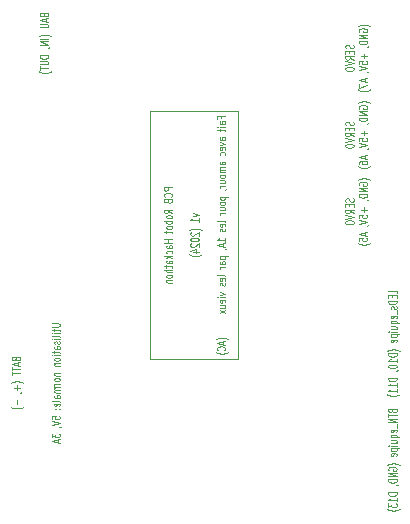
<source format=gbr>
%TF.GenerationSoftware,KiCad,Pcbnew,8.0.3*%
%TF.CreationDate,2024-09-12T15:26:23+02:00*%
%TF.ProjectId,pcb_robot,7063625f-726f-4626-9f74-2e6b69636164,rev?*%
%TF.SameCoordinates,Original*%
%TF.FileFunction,Legend,Bot*%
%TF.FilePolarity,Positive*%
%FSLAX46Y46*%
G04 Gerber Fmt 4.6, Leading zero omitted, Abs format (unit mm)*
G04 Created by KiCad (PCBNEW 8.0.3) date 2024-09-12 15:26:23*
%MOMM*%
%LPD*%
G01*
G04 APERTURE LIST*
%ADD10C,0.100000*%
%ADD11C,0.125000*%
G04 APERTURE END LIST*
D10*
X139500000Y-71000000D02*
X147000000Y-71000000D01*
X147000000Y-92000000D01*
X139500000Y-92000000D01*
X139500000Y-71000000D01*
D11*
X130541166Y-62867950D02*
X130574500Y-62939378D01*
X130574500Y-62939378D02*
X130607833Y-62963188D01*
X130607833Y-62963188D02*
X130674500Y-62986997D01*
X130674500Y-62986997D02*
X130774500Y-62986997D01*
X130774500Y-62986997D02*
X130841166Y-62963188D01*
X130841166Y-62963188D02*
X130874500Y-62939378D01*
X130874500Y-62939378D02*
X130907833Y-62891759D01*
X130907833Y-62891759D02*
X130907833Y-62701283D01*
X130907833Y-62701283D02*
X130207833Y-62701283D01*
X130207833Y-62701283D02*
X130207833Y-62867950D01*
X130207833Y-62867950D02*
X130241166Y-62915569D01*
X130241166Y-62915569D02*
X130274500Y-62939378D01*
X130274500Y-62939378D02*
X130341166Y-62963188D01*
X130341166Y-62963188D02*
X130407833Y-62963188D01*
X130407833Y-62963188D02*
X130474500Y-62939378D01*
X130474500Y-62939378D02*
X130507833Y-62915569D01*
X130507833Y-62915569D02*
X130541166Y-62867950D01*
X130541166Y-62867950D02*
X130541166Y-62701283D01*
X130707833Y-63177474D02*
X130707833Y-63415569D01*
X130907833Y-63129855D02*
X130207833Y-63296521D01*
X130207833Y-63296521D02*
X130907833Y-63463188D01*
X130207833Y-63629854D02*
X130774500Y-63629854D01*
X130774500Y-63629854D02*
X130841166Y-63653664D01*
X130841166Y-63653664D02*
X130874500Y-63677473D01*
X130874500Y-63677473D02*
X130907833Y-63725092D01*
X130907833Y-63725092D02*
X130907833Y-63820330D01*
X130907833Y-63820330D02*
X130874500Y-63867949D01*
X130874500Y-63867949D02*
X130841166Y-63891759D01*
X130841166Y-63891759D02*
X130774500Y-63915568D01*
X130774500Y-63915568D02*
X130207833Y-63915568D01*
X131174500Y-64677473D02*
X131141166Y-64653664D01*
X131141166Y-64653664D02*
X131041166Y-64606045D01*
X131041166Y-64606045D02*
X130974500Y-64582235D01*
X130974500Y-64582235D02*
X130874500Y-64558426D01*
X130874500Y-64558426D02*
X130707833Y-64534616D01*
X130707833Y-64534616D02*
X130574500Y-64534616D01*
X130574500Y-64534616D02*
X130407833Y-64558426D01*
X130407833Y-64558426D02*
X130307833Y-64582235D01*
X130307833Y-64582235D02*
X130241166Y-64606045D01*
X130241166Y-64606045D02*
X130141166Y-64653664D01*
X130141166Y-64653664D02*
X130107833Y-64677473D01*
X130907833Y-64867949D02*
X130207833Y-64867949D01*
X130907833Y-65106044D02*
X130207833Y-65106044D01*
X130207833Y-65106044D02*
X130907833Y-65391758D01*
X130907833Y-65391758D02*
X130207833Y-65391758D01*
X130874500Y-65653664D02*
X130907833Y-65653664D01*
X130907833Y-65653664D02*
X130974500Y-65629854D01*
X130974500Y-65629854D02*
X131007833Y-65606045D01*
X130207833Y-66344139D02*
X130207833Y-66439377D01*
X130207833Y-66439377D02*
X130241166Y-66486996D01*
X130241166Y-66486996D02*
X130307833Y-66534615D01*
X130307833Y-66534615D02*
X130441166Y-66558425D01*
X130441166Y-66558425D02*
X130674500Y-66558425D01*
X130674500Y-66558425D02*
X130807833Y-66534615D01*
X130807833Y-66534615D02*
X130874500Y-66486996D01*
X130874500Y-66486996D02*
X130907833Y-66439377D01*
X130907833Y-66439377D02*
X130907833Y-66344139D01*
X130907833Y-66344139D02*
X130874500Y-66296520D01*
X130874500Y-66296520D02*
X130807833Y-66248901D01*
X130807833Y-66248901D02*
X130674500Y-66225092D01*
X130674500Y-66225092D02*
X130441166Y-66225092D01*
X130441166Y-66225092D02*
X130307833Y-66248901D01*
X130307833Y-66248901D02*
X130241166Y-66296520D01*
X130241166Y-66296520D02*
X130207833Y-66344139D01*
X130207833Y-66772711D02*
X130774500Y-66772711D01*
X130774500Y-66772711D02*
X130841166Y-66796521D01*
X130841166Y-66796521D02*
X130874500Y-66820330D01*
X130874500Y-66820330D02*
X130907833Y-66867949D01*
X130907833Y-66867949D02*
X130907833Y-66963187D01*
X130907833Y-66963187D02*
X130874500Y-67010806D01*
X130874500Y-67010806D02*
X130841166Y-67034616D01*
X130841166Y-67034616D02*
X130774500Y-67058425D01*
X130774500Y-67058425D02*
X130207833Y-67058425D01*
X130207833Y-67225093D02*
X130207833Y-67510807D01*
X130907833Y-67367950D02*
X130207833Y-67367950D01*
X131174500Y-67629854D02*
X131141166Y-67653664D01*
X131141166Y-67653664D02*
X131041166Y-67701283D01*
X131041166Y-67701283D02*
X130974500Y-67725092D01*
X130974500Y-67725092D02*
X130874500Y-67748902D01*
X130874500Y-67748902D02*
X130707833Y-67772711D01*
X130707833Y-67772711D02*
X130574500Y-67772711D01*
X130574500Y-67772711D02*
X130407833Y-67748902D01*
X130407833Y-67748902D02*
X130307833Y-67725092D01*
X130307833Y-67725092D02*
X130241166Y-67701283D01*
X130241166Y-67701283D02*
X130141166Y-67653664D01*
X130141166Y-67653664D02*
X130107833Y-67629854D01*
X156747539Y-65404762D02*
X156780872Y-65476190D01*
X156780872Y-65476190D02*
X156780872Y-65595238D01*
X156780872Y-65595238D02*
X156747539Y-65642857D01*
X156747539Y-65642857D02*
X156714205Y-65666666D01*
X156714205Y-65666666D02*
X156647539Y-65690476D01*
X156647539Y-65690476D02*
X156580872Y-65690476D01*
X156580872Y-65690476D02*
X156514205Y-65666666D01*
X156514205Y-65666666D02*
X156480872Y-65642857D01*
X156480872Y-65642857D02*
X156447539Y-65595238D01*
X156447539Y-65595238D02*
X156414205Y-65500000D01*
X156414205Y-65500000D02*
X156380872Y-65452381D01*
X156380872Y-65452381D02*
X156347539Y-65428571D01*
X156347539Y-65428571D02*
X156280872Y-65404762D01*
X156280872Y-65404762D02*
X156214205Y-65404762D01*
X156214205Y-65404762D02*
X156147539Y-65428571D01*
X156147539Y-65428571D02*
X156114205Y-65452381D01*
X156114205Y-65452381D02*
X156080872Y-65500000D01*
X156080872Y-65500000D02*
X156080872Y-65619047D01*
X156080872Y-65619047D02*
X156114205Y-65690476D01*
X156414205Y-65904761D02*
X156414205Y-66071428D01*
X156780872Y-66142856D02*
X156780872Y-65904761D01*
X156780872Y-65904761D02*
X156080872Y-65904761D01*
X156080872Y-65904761D02*
X156080872Y-66142856D01*
X156780872Y-66642856D02*
X156447539Y-66476190D01*
X156780872Y-66357142D02*
X156080872Y-66357142D01*
X156080872Y-66357142D02*
X156080872Y-66547618D01*
X156080872Y-66547618D02*
X156114205Y-66595237D01*
X156114205Y-66595237D02*
X156147539Y-66619047D01*
X156147539Y-66619047D02*
X156214205Y-66642856D01*
X156214205Y-66642856D02*
X156314205Y-66642856D01*
X156314205Y-66642856D02*
X156380872Y-66619047D01*
X156380872Y-66619047D02*
X156414205Y-66595237D01*
X156414205Y-66595237D02*
X156447539Y-66547618D01*
X156447539Y-66547618D02*
X156447539Y-66357142D01*
X156080872Y-66785714D02*
X156780872Y-66952380D01*
X156780872Y-66952380D02*
X156080872Y-67119047D01*
X156080872Y-67380951D02*
X156080872Y-67476189D01*
X156080872Y-67476189D02*
X156114205Y-67523808D01*
X156114205Y-67523808D02*
X156180872Y-67571427D01*
X156180872Y-67571427D02*
X156314205Y-67595237D01*
X156314205Y-67595237D02*
X156547539Y-67595237D01*
X156547539Y-67595237D02*
X156680872Y-67571427D01*
X156680872Y-67571427D02*
X156747539Y-67523808D01*
X156747539Y-67523808D02*
X156780872Y-67476189D01*
X156780872Y-67476189D02*
X156780872Y-67380951D01*
X156780872Y-67380951D02*
X156747539Y-67333332D01*
X156747539Y-67333332D02*
X156680872Y-67285713D01*
X156680872Y-67285713D02*
X156547539Y-67261904D01*
X156547539Y-67261904D02*
X156314205Y-67261904D01*
X156314205Y-67261904D02*
X156180872Y-67285713D01*
X156180872Y-67285713D02*
X156114205Y-67333332D01*
X156114205Y-67333332D02*
X156080872Y-67380951D01*
X158174500Y-63833334D02*
X158141166Y-63809525D01*
X158141166Y-63809525D02*
X158041166Y-63761906D01*
X158041166Y-63761906D02*
X157974500Y-63738096D01*
X157974500Y-63738096D02*
X157874500Y-63714287D01*
X157874500Y-63714287D02*
X157707833Y-63690477D01*
X157707833Y-63690477D02*
X157574500Y-63690477D01*
X157574500Y-63690477D02*
X157407833Y-63714287D01*
X157407833Y-63714287D02*
X157307833Y-63738096D01*
X157307833Y-63738096D02*
X157241166Y-63761906D01*
X157241166Y-63761906D02*
X157141166Y-63809525D01*
X157141166Y-63809525D02*
X157107833Y-63833334D01*
X157241166Y-64285715D02*
X157207833Y-64238096D01*
X157207833Y-64238096D02*
X157207833Y-64166667D01*
X157207833Y-64166667D02*
X157241166Y-64095239D01*
X157241166Y-64095239D02*
X157307833Y-64047620D01*
X157307833Y-64047620D02*
X157374500Y-64023810D01*
X157374500Y-64023810D02*
X157507833Y-64000001D01*
X157507833Y-64000001D02*
X157607833Y-64000001D01*
X157607833Y-64000001D02*
X157741166Y-64023810D01*
X157741166Y-64023810D02*
X157807833Y-64047620D01*
X157807833Y-64047620D02*
X157874500Y-64095239D01*
X157874500Y-64095239D02*
X157907833Y-64166667D01*
X157907833Y-64166667D02*
X157907833Y-64214286D01*
X157907833Y-64214286D02*
X157874500Y-64285715D01*
X157874500Y-64285715D02*
X157841166Y-64309524D01*
X157841166Y-64309524D02*
X157607833Y-64309524D01*
X157607833Y-64309524D02*
X157607833Y-64214286D01*
X157907833Y-64523810D02*
X157207833Y-64523810D01*
X157207833Y-64523810D02*
X157907833Y-64809524D01*
X157907833Y-64809524D02*
X157207833Y-64809524D01*
X157907833Y-65047620D02*
X157207833Y-65047620D01*
X157207833Y-65047620D02*
X157207833Y-65166668D01*
X157207833Y-65166668D02*
X157241166Y-65238096D01*
X157241166Y-65238096D02*
X157307833Y-65285715D01*
X157307833Y-65285715D02*
X157374500Y-65309525D01*
X157374500Y-65309525D02*
X157507833Y-65333334D01*
X157507833Y-65333334D02*
X157607833Y-65333334D01*
X157607833Y-65333334D02*
X157741166Y-65309525D01*
X157741166Y-65309525D02*
X157807833Y-65285715D01*
X157807833Y-65285715D02*
X157874500Y-65238096D01*
X157874500Y-65238096D02*
X157907833Y-65166668D01*
X157907833Y-65166668D02*
X157907833Y-65047620D01*
X157874500Y-65571430D02*
X157907833Y-65571430D01*
X157907833Y-65571430D02*
X157974500Y-65547620D01*
X157974500Y-65547620D02*
X158007833Y-65523811D01*
X157641166Y-66166667D02*
X157641166Y-66547620D01*
X157907833Y-66357143D02*
X157374500Y-66357143D01*
X157207833Y-67023810D02*
X157207833Y-66785715D01*
X157207833Y-66785715D02*
X157541166Y-66761906D01*
X157541166Y-66761906D02*
X157507833Y-66785715D01*
X157507833Y-66785715D02*
X157474500Y-66833334D01*
X157474500Y-66833334D02*
X157474500Y-66952382D01*
X157474500Y-66952382D02*
X157507833Y-67000001D01*
X157507833Y-67000001D02*
X157541166Y-67023810D01*
X157541166Y-67023810D02*
X157607833Y-67047620D01*
X157607833Y-67047620D02*
X157774500Y-67047620D01*
X157774500Y-67047620D02*
X157841166Y-67023810D01*
X157841166Y-67023810D02*
X157874500Y-67000001D01*
X157874500Y-67000001D02*
X157907833Y-66952382D01*
X157907833Y-66952382D02*
X157907833Y-66833334D01*
X157907833Y-66833334D02*
X157874500Y-66785715D01*
X157874500Y-66785715D02*
X157841166Y-66761906D01*
X157207833Y-67190477D02*
X157907833Y-67357143D01*
X157907833Y-67357143D02*
X157207833Y-67523810D01*
X157874500Y-67714286D02*
X157907833Y-67714286D01*
X157907833Y-67714286D02*
X157974500Y-67690476D01*
X157974500Y-67690476D02*
X158007833Y-67666667D01*
X157707833Y-68285714D02*
X157707833Y-68523809D01*
X157907833Y-68238095D02*
X157207833Y-68404761D01*
X157207833Y-68404761D02*
X157907833Y-68571428D01*
X157207833Y-68690475D02*
X157207833Y-69023808D01*
X157207833Y-69023808D02*
X157907833Y-68809523D01*
X158174500Y-69166665D02*
X158141166Y-69190475D01*
X158141166Y-69190475D02*
X158041166Y-69238094D01*
X158041166Y-69238094D02*
X157974500Y-69261903D01*
X157974500Y-69261903D02*
X157874500Y-69285713D01*
X157874500Y-69285713D02*
X157707833Y-69309522D01*
X157707833Y-69309522D02*
X157574500Y-69309522D01*
X157574500Y-69309522D02*
X157407833Y-69285713D01*
X157407833Y-69285713D02*
X157307833Y-69261903D01*
X157307833Y-69261903D02*
X157241166Y-69238094D01*
X157241166Y-69238094D02*
X157141166Y-69190475D01*
X157141166Y-69190475D02*
X157107833Y-69166665D01*
X128160283Y-91988096D02*
X128193617Y-92059524D01*
X128193617Y-92059524D02*
X128226950Y-92083334D01*
X128226950Y-92083334D02*
X128293617Y-92107143D01*
X128293617Y-92107143D02*
X128393617Y-92107143D01*
X128393617Y-92107143D02*
X128460283Y-92083334D01*
X128460283Y-92083334D02*
X128493617Y-92059524D01*
X128493617Y-92059524D02*
X128526950Y-92011905D01*
X128526950Y-92011905D02*
X128526950Y-91821429D01*
X128526950Y-91821429D02*
X127826950Y-91821429D01*
X127826950Y-91821429D02*
X127826950Y-91988096D01*
X127826950Y-91988096D02*
X127860283Y-92035715D01*
X127860283Y-92035715D02*
X127893617Y-92059524D01*
X127893617Y-92059524D02*
X127960283Y-92083334D01*
X127960283Y-92083334D02*
X128026950Y-92083334D01*
X128026950Y-92083334D02*
X128093617Y-92059524D01*
X128093617Y-92059524D02*
X128126950Y-92035715D01*
X128126950Y-92035715D02*
X128160283Y-91988096D01*
X128160283Y-91988096D02*
X128160283Y-91821429D01*
X128326950Y-92297620D02*
X128326950Y-92535715D01*
X128526950Y-92250001D02*
X127826950Y-92416667D01*
X127826950Y-92416667D02*
X128526950Y-92583334D01*
X127826950Y-92678572D02*
X127826950Y-92964286D01*
X128526950Y-92821429D02*
X127826950Y-92821429D01*
X127826950Y-93059524D02*
X127826950Y-93345238D01*
X128526950Y-93202381D02*
X127826950Y-93202381D01*
X128793617Y-94035713D02*
X128760283Y-94011904D01*
X128760283Y-94011904D02*
X128660283Y-93964285D01*
X128660283Y-93964285D02*
X128593617Y-93940475D01*
X128593617Y-93940475D02*
X128493617Y-93916666D01*
X128493617Y-93916666D02*
X128326950Y-93892856D01*
X128326950Y-93892856D02*
X128193617Y-93892856D01*
X128193617Y-93892856D02*
X128026950Y-93916666D01*
X128026950Y-93916666D02*
X127926950Y-93940475D01*
X127926950Y-93940475D02*
X127860283Y-93964285D01*
X127860283Y-93964285D02*
X127760283Y-94011904D01*
X127760283Y-94011904D02*
X127726950Y-94035713D01*
X128260283Y-94226189D02*
X128260283Y-94607142D01*
X128526950Y-94416665D02*
X127993617Y-94416665D01*
X128493617Y-94869047D02*
X128526950Y-94869047D01*
X128526950Y-94869047D02*
X128593617Y-94845237D01*
X128593617Y-94845237D02*
X128626950Y-94821428D01*
X128260283Y-95464284D02*
X128260283Y-95845237D01*
X128793617Y-96035713D02*
X128760283Y-96059523D01*
X128760283Y-96059523D02*
X128660283Y-96107142D01*
X128660283Y-96107142D02*
X128593617Y-96130951D01*
X128593617Y-96130951D02*
X128493617Y-96154761D01*
X128493617Y-96154761D02*
X128326950Y-96178570D01*
X128326950Y-96178570D02*
X128193617Y-96178570D01*
X128193617Y-96178570D02*
X128026950Y-96154761D01*
X128026950Y-96154761D02*
X127926950Y-96130951D01*
X127926950Y-96130951D02*
X127860283Y-96107142D01*
X127860283Y-96107142D02*
X127760283Y-96059523D01*
X127760283Y-96059523D02*
X127726950Y-96035713D01*
X131207833Y-88976192D02*
X131774500Y-88976192D01*
X131774500Y-88976192D02*
X131841166Y-89000002D01*
X131841166Y-89000002D02*
X131874500Y-89023811D01*
X131874500Y-89023811D02*
X131907833Y-89071430D01*
X131907833Y-89071430D02*
X131907833Y-89166668D01*
X131907833Y-89166668D02*
X131874500Y-89214287D01*
X131874500Y-89214287D02*
X131841166Y-89238097D01*
X131841166Y-89238097D02*
X131774500Y-89261906D01*
X131774500Y-89261906D02*
X131207833Y-89261906D01*
X131441166Y-89428574D02*
X131441166Y-89619050D01*
X131207833Y-89500002D02*
X131807833Y-89500002D01*
X131807833Y-89500002D02*
X131874500Y-89523812D01*
X131874500Y-89523812D02*
X131907833Y-89571431D01*
X131907833Y-89571431D02*
X131907833Y-89619050D01*
X131907833Y-89785716D02*
X131441166Y-89785716D01*
X131207833Y-89785716D02*
X131241166Y-89761907D01*
X131241166Y-89761907D02*
X131274500Y-89785716D01*
X131274500Y-89785716D02*
X131241166Y-89809526D01*
X131241166Y-89809526D02*
X131207833Y-89785716D01*
X131207833Y-89785716D02*
X131274500Y-89785716D01*
X131907833Y-90095240D02*
X131874500Y-90047621D01*
X131874500Y-90047621D02*
X131807833Y-90023811D01*
X131807833Y-90023811D02*
X131207833Y-90023811D01*
X131907833Y-90285716D02*
X131441166Y-90285716D01*
X131207833Y-90285716D02*
X131241166Y-90261907D01*
X131241166Y-90261907D02*
X131274500Y-90285716D01*
X131274500Y-90285716D02*
X131241166Y-90309526D01*
X131241166Y-90309526D02*
X131207833Y-90285716D01*
X131207833Y-90285716D02*
X131274500Y-90285716D01*
X131874500Y-90500002D02*
X131907833Y-90547621D01*
X131907833Y-90547621D02*
X131907833Y-90642859D01*
X131907833Y-90642859D02*
X131874500Y-90690478D01*
X131874500Y-90690478D02*
X131807833Y-90714287D01*
X131807833Y-90714287D02*
X131774500Y-90714287D01*
X131774500Y-90714287D02*
X131707833Y-90690478D01*
X131707833Y-90690478D02*
X131674500Y-90642859D01*
X131674500Y-90642859D02*
X131674500Y-90571430D01*
X131674500Y-90571430D02*
X131641166Y-90523811D01*
X131641166Y-90523811D02*
X131574500Y-90500002D01*
X131574500Y-90500002D02*
X131541166Y-90500002D01*
X131541166Y-90500002D02*
X131474500Y-90523811D01*
X131474500Y-90523811D02*
X131441166Y-90571430D01*
X131441166Y-90571430D02*
X131441166Y-90642859D01*
X131441166Y-90642859D02*
X131474500Y-90690478D01*
X131907833Y-91142859D02*
X131541166Y-91142859D01*
X131541166Y-91142859D02*
X131474500Y-91119049D01*
X131474500Y-91119049D02*
X131441166Y-91071430D01*
X131441166Y-91071430D02*
X131441166Y-90976192D01*
X131441166Y-90976192D02*
X131474500Y-90928573D01*
X131874500Y-91142859D02*
X131907833Y-91095240D01*
X131907833Y-91095240D02*
X131907833Y-90976192D01*
X131907833Y-90976192D02*
X131874500Y-90928573D01*
X131874500Y-90928573D02*
X131807833Y-90904764D01*
X131807833Y-90904764D02*
X131741166Y-90904764D01*
X131741166Y-90904764D02*
X131674500Y-90928573D01*
X131674500Y-90928573D02*
X131641166Y-90976192D01*
X131641166Y-90976192D02*
X131641166Y-91095240D01*
X131641166Y-91095240D02*
X131607833Y-91142859D01*
X131441166Y-91309526D02*
X131441166Y-91500002D01*
X131207833Y-91380954D02*
X131807833Y-91380954D01*
X131807833Y-91380954D02*
X131874500Y-91404764D01*
X131874500Y-91404764D02*
X131907833Y-91452383D01*
X131907833Y-91452383D02*
X131907833Y-91500002D01*
X131907833Y-91666668D02*
X131441166Y-91666668D01*
X131207833Y-91666668D02*
X131241166Y-91642859D01*
X131241166Y-91642859D02*
X131274500Y-91666668D01*
X131274500Y-91666668D02*
X131241166Y-91690478D01*
X131241166Y-91690478D02*
X131207833Y-91666668D01*
X131207833Y-91666668D02*
X131274500Y-91666668D01*
X131907833Y-91976192D02*
X131874500Y-91928573D01*
X131874500Y-91928573D02*
X131841166Y-91904763D01*
X131841166Y-91904763D02*
X131774500Y-91880954D01*
X131774500Y-91880954D02*
X131574500Y-91880954D01*
X131574500Y-91880954D02*
X131507833Y-91904763D01*
X131507833Y-91904763D02*
X131474500Y-91928573D01*
X131474500Y-91928573D02*
X131441166Y-91976192D01*
X131441166Y-91976192D02*
X131441166Y-92047620D01*
X131441166Y-92047620D02*
X131474500Y-92095239D01*
X131474500Y-92095239D02*
X131507833Y-92119049D01*
X131507833Y-92119049D02*
X131574500Y-92142858D01*
X131574500Y-92142858D02*
X131774500Y-92142858D01*
X131774500Y-92142858D02*
X131841166Y-92119049D01*
X131841166Y-92119049D02*
X131874500Y-92095239D01*
X131874500Y-92095239D02*
X131907833Y-92047620D01*
X131907833Y-92047620D02*
X131907833Y-91976192D01*
X131441166Y-92357144D02*
X131907833Y-92357144D01*
X131507833Y-92357144D02*
X131474500Y-92380954D01*
X131474500Y-92380954D02*
X131441166Y-92428573D01*
X131441166Y-92428573D02*
X131441166Y-92500001D01*
X131441166Y-92500001D02*
X131474500Y-92547620D01*
X131474500Y-92547620D02*
X131541166Y-92571430D01*
X131541166Y-92571430D02*
X131907833Y-92571430D01*
X131441166Y-93190477D02*
X131907833Y-93190477D01*
X131507833Y-93190477D02*
X131474500Y-93214287D01*
X131474500Y-93214287D02*
X131441166Y-93261906D01*
X131441166Y-93261906D02*
X131441166Y-93333334D01*
X131441166Y-93333334D02*
X131474500Y-93380953D01*
X131474500Y-93380953D02*
X131541166Y-93404763D01*
X131541166Y-93404763D02*
X131907833Y-93404763D01*
X131907833Y-93714287D02*
X131874500Y-93666668D01*
X131874500Y-93666668D02*
X131841166Y-93642858D01*
X131841166Y-93642858D02*
X131774500Y-93619049D01*
X131774500Y-93619049D02*
X131574500Y-93619049D01*
X131574500Y-93619049D02*
X131507833Y-93642858D01*
X131507833Y-93642858D02*
X131474500Y-93666668D01*
X131474500Y-93666668D02*
X131441166Y-93714287D01*
X131441166Y-93714287D02*
X131441166Y-93785715D01*
X131441166Y-93785715D02*
X131474500Y-93833334D01*
X131474500Y-93833334D02*
X131507833Y-93857144D01*
X131507833Y-93857144D02*
X131574500Y-93880953D01*
X131574500Y-93880953D02*
X131774500Y-93880953D01*
X131774500Y-93880953D02*
X131841166Y-93857144D01*
X131841166Y-93857144D02*
X131874500Y-93833334D01*
X131874500Y-93833334D02*
X131907833Y-93785715D01*
X131907833Y-93785715D02*
X131907833Y-93714287D01*
X131907833Y-94095239D02*
X131441166Y-94095239D01*
X131574500Y-94095239D02*
X131507833Y-94119049D01*
X131507833Y-94119049D02*
X131474500Y-94142858D01*
X131474500Y-94142858D02*
X131441166Y-94190477D01*
X131441166Y-94190477D02*
X131441166Y-94238096D01*
X131907833Y-94404763D02*
X131441166Y-94404763D01*
X131507833Y-94404763D02*
X131474500Y-94428573D01*
X131474500Y-94428573D02*
X131441166Y-94476192D01*
X131441166Y-94476192D02*
X131441166Y-94547620D01*
X131441166Y-94547620D02*
X131474500Y-94595239D01*
X131474500Y-94595239D02*
X131541166Y-94619049D01*
X131541166Y-94619049D02*
X131907833Y-94619049D01*
X131541166Y-94619049D02*
X131474500Y-94642858D01*
X131474500Y-94642858D02*
X131441166Y-94690477D01*
X131441166Y-94690477D02*
X131441166Y-94761906D01*
X131441166Y-94761906D02*
X131474500Y-94809525D01*
X131474500Y-94809525D02*
X131541166Y-94833335D01*
X131541166Y-94833335D02*
X131907833Y-94833335D01*
X131907833Y-95285716D02*
X131541166Y-95285716D01*
X131541166Y-95285716D02*
X131474500Y-95261906D01*
X131474500Y-95261906D02*
X131441166Y-95214287D01*
X131441166Y-95214287D02*
X131441166Y-95119049D01*
X131441166Y-95119049D02*
X131474500Y-95071430D01*
X131874500Y-95285716D02*
X131907833Y-95238097D01*
X131907833Y-95238097D02*
X131907833Y-95119049D01*
X131907833Y-95119049D02*
X131874500Y-95071430D01*
X131874500Y-95071430D02*
X131807833Y-95047621D01*
X131807833Y-95047621D02*
X131741166Y-95047621D01*
X131741166Y-95047621D02*
X131674500Y-95071430D01*
X131674500Y-95071430D02*
X131641166Y-95119049D01*
X131641166Y-95119049D02*
X131641166Y-95238097D01*
X131641166Y-95238097D02*
X131607833Y-95285716D01*
X131907833Y-95595240D02*
X131874500Y-95547621D01*
X131874500Y-95547621D02*
X131807833Y-95523811D01*
X131807833Y-95523811D02*
X131207833Y-95523811D01*
X131874500Y-95976192D02*
X131907833Y-95928573D01*
X131907833Y-95928573D02*
X131907833Y-95833335D01*
X131907833Y-95833335D02*
X131874500Y-95785716D01*
X131874500Y-95785716D02*
X131807833Y-95761907D01*
X131807833Y-95761907D02*
X131541166Y-95761907D01*
X131541166Y-95761907D02*
X131474500Y-95785716D01*
X131474500Y-95785716D02*
X131441166Y-95833335D01*
X131441166Y-95833335D02*
X131441166Y-95928573D01*
X131441166Y-95928573D02*
X131474500Y-95976192D01*
X131474500Y-95976192D02*
X131541166Y-96000002D01*
X131541166Y-96000002D02*
X131607833Y-96000002D01*
X131607833Y-96000002D02*
X131674500Y-95761907D01*
X131841166Y-96214287D02*
X131874500Y-96238097D01*
X131874500Y-96238097D02*
X131907833Y-96214287D01*
X131907833Y-96214287D02*
X131874500Y-96190478D01*
X131874500Y-96190478D02*
X131841166Y-96214287D01*
X131841166Y-96214287D02*
X131907833Y-96214287D01*
X131474500Y-96214287D02*
X131507833Y-96238097D01*
X131507833Y-96238097D02*
X131541166Y-96214287D01*
X131541166Y-96214287D02*
X131507833Y-96190478D01*
X131507833Y-96190478D02*
X131474500Y-96214287D01*
X131474500Y-96214287D02*
X131541166Y-96214287D01*
X131207833Y-97071429D02*
X131207833Y-96833334D01*
X131207833Y-96833334D02*
X131541166Y-96809525D01*
X131541166Y-96809525D02*
X131507833Y-96833334D01*
X131507833Y-96833334D02*
X131474500Y-96880953D01*
X131474500Y-96880953D02*
X131474500Y-97000001D01*
X131474500Y-97000001D02*
X131507833Y-97047620D01*
X131507833Y-97047620D02*
X131541166Y-97071429D01*
X131541166Y-97071429D02*
X131607833Y-97095239D01*
X131607833Y-97095239D02*
X131774500Y-97095239D01*
X131774500Y-97095239D02*
X131841166Y-97071429D01*
X131841166Y-97071429D02*
X131874500Y-97047620D01*
X131874500Y-97047620D02*
X131907833Y-97000001D01*
X131907833Y-97000001D02*
X131907833Y-96880953D01*
X131907833Y-96880953D02*
X131874500Y-96833334D01*
X131874500Y-96833334D02*
X131841166Y-96809525D01*
X131207833Y-97238096D02*
X131907833Y-97404762D01*
X131907833Y-97404762D02*
X131207833Y-97571429D01*
X131874500Y-97761905D02*
X131907833Y-97761905D01*
X131907833Y-97761905D02*
X131974500Y-97738095D01*
X131974500Y-97738095D02*
X132007833Y-97714286D01*
X131207833Y-98309523D02*
X131207833Y-98619047D01*
X131207833Y-98619047D02*
X131474500Y-98452380D01*
X131474500Y-98452380D02*
X131474500Y-98523809D01*
X131474500Y-98523809D02*
X131507833Y-98571428D01*
X131507833Y-98571428D02*
X131541166Y-98595237D01*
X131541166Y-98595237D02*
X131607833Y-98619047D01*
X131607833Y-98619047D02*
X131774500Y-98619047D01*
X131774500Y-98619047D02*
X131841166Y-98595237D01*
X131841166Y-98595237D02*
X131874500Y-98571428D01*
X131874500Y-98571428D02*
X131907833Y-98523809D01*
X131907833Y-98523809D02*
X131907833Y-98380952D01*
X131907833Y-98380952D02*
X131874500Y-98333333D01*
X131874500Y-98333333D02*
X131841166Y-98309523D01*
X131707833Y-98809523D02*
X131707833Y-99047618D01*
X131907833Y-98761904D02*
X131207833Y-98928570D01*
X131207833Y-98928570D02*
X131907833Y-99095237D01*
X156747539Y-78404762D02*
X156780872Y-78476190D01*
X156780872Y-78476190D02*
X156780872Y-78595238D01*
X156780872Y-78595238D02*
X156747539Y-78642857D01*
X156747539Y-78642857D02*
X156714205Y-78666666D01*
X156714205Y-78666666D02*
X156647539Y-78690476D01*
X156647539Y-78690476D02*
X156580872Y-78690476D01*
X156580872Y-78690476D02*
X156514205Y-78666666D01*
X156514205Y-78666666D02*
X156480872Y-78642857D01*
X156480872Y-78642857D02*
X156447539Y-78595238D01*
X156447539Y-78595238D02*
X156414205Y-78500000D01*
X156414205Y-78500000D02*
X156380872Y-78452381D01*
X156380872Y-78452381D02*
X156347539Y-78428571D01*
X156347539Y-78428571D02*
X156280872Y-78404762D01*
X156280872Y-78404762D02*
X156214205Y-78404762D01*
X156214205Y-78404762D02*
X156147539Y-78428571D01*
X156147539Y-78428571D02*
X156114205Y-78452381D01*
X156114205Y-78452381D02*
X156080872Y-78500000D01*
X156080872Y-78500000D02*
X156080872Y-78619047D01*
X156080872Y-78619047D02*
X156114205Y-78690476D01*
X156414205Y-78904761D02*
X156414205Y-79071428D01*
X156780872Y-79142856D02*
X156780872Y-78904761D01*
X156780872Y-78904761D02*
X156080872Y-78904761D01*
X156080872Y-78904761D02*
X156080872Y-79142856D01*
X156780872Y-79642856D02*
X156447539Y-79476190D01*
X156780872Y-79357142D02*
X156080872Y-79357142D01*
X156080872Y-79357142D02*
X156080872Y-79547618D01*
X156080872Y-79547618D02*
X156114205Y-79595237D01*
X156114205Y-79595237D02*
X156147539Y-79619047D01*
X156147539Y-79619047D02*
X156214205Y-79642856D01*
X156214205Y-79642856D02*
X156314205Y-79642856D01*
X156314205Y-79642856D02*
X156380872Y-79619047D01*
X156380872Y-79619047D02*
X156414205Y-79595237D01*
X156414205Y-79595237D02*
X156447539Y-79547618D01*
X156447539Y-79547618D02*
X156447539Y-79357142D01*
X156080872Y-79785714D02*
X156780872Y-79952380D01*
X156780872Y-79952380D02*
X156080872Y-80119047D01*
X156080872Y-80380951D02*
X156080872Y-80476189D01*
X156080872Y-80476189D02*
X156114205Y-80523808D01*
X156114205Y-80523808D02*
X156180872Y-80571427D01*
X156180872Y-80571427D02*
X156314205Y-80595237D01*
X156314205Y-80595237D02*
X156547539Y-80595237D01*
X156547539Y-80595237D02*
X156680872Y-80571427D01*
X156680872Y-80571427D02*
X156747539Y-80523808D01*
X156747539Y-80523808D02*
X156780872Y-80476189D01*
X156780872Y-80476189D02*
X156780872Y-80380951D01*
X156780872Y-80380951D02*
X156747539Y-80333332D01*
X156747539Y-80333332D02*
X156680872Y-80285713D01*
X156680872Y-80285713D02*
X156547539Y-80261904D01*
X156547539Y-80261904D02*
X156314205Y-80261904D01*
X156314205Y-80261904D02*
X156180872Y-80285713D01*
X156180872Y-80285713D02*
X156114205Y-80333332D01*
X156114205Y-80333332D02*
X156080872Y-80380951D01*
X158174500Y-76833334D02*
X158141166Y-76809525D01*
X158141166Y-76809525D02*
X158041166Y-76761906D01*
X158041166Y-76761906D02*
X157974500Y-76738096D01*
X157974500Y-76738096D02*
X157874500Y-76714287D01*
X157874500Y-76714287D02*
X157707833Y-76690477D01*
X157707833Y-76690477D02*
X157574500Y-76690477D01*
X157574500Y-76690477D02*
X157407833Y-76714287D01*
X157407833Y-76714287D02*
X157307833Y-76738096D01*
X157307833Y-76738096D02*
X157241166Y-76761906D01*
X157241166Y-76761906D02*
X157141166Y-76809525D01*
X157141166Y-76809525D02*
X157107833Y-76833334D01*
X157241166Y-77285715D02*
X157207833Y-77238096D01*
X157207833Y-77238096D02*
X157207833Y-77166667D01*
X157207833Y-77166667D02*
X157241166Y-77095239D01*
X157241166Y-77095239D02*
X157307833Y-77047620D01*
X157307833Y-77047620D02*
X157374500Y-77023810D01*
X157374500Y-77023810D02*
X157507833Y-77000001D01*
X157507833Y-77000001D02*
X157607833Y-77000001D01*
X157607833Y-77000001D02*
X157741166Y-77023810D01*
X157741166Y-77023810D02*
X157807833Y-77047620D01*
X157807833Y-77047620D02*
X157874500Y-77095239D01*
X157874500Y-77095239D02*
X157907833Y-77166667D01*
X157907833Y-77166667D02*
X157907833Y-77214286D01*
X157907833Y-77214286D02*
X157874500Y-77285715D01*
X157874500Y-77285715D02*
X157841166Y-77309524D01*
X157841166Y-77309524D02*
X157607833Y-77309524D01*
X157607833Y-77309524D02*
X157607833Y-77214286D01*
X157907833Y-77523810D02*
X157207833Y-77523810D01*
X157207833Y-77523810D02*
X157907833Y-77809524D01*
X157907833Y-77809524D02*
X157207833Y-77809524D01*
X157907833Y-78047620D02*
X157207833Y-78047620D01*
X157207833Y-78047620D02*
X157207833Y-78166668D01*
X157207833Y-78166668D02*
X157241166Y-78238096D01*
X157241166Y-78238096D02*
X157307833Y-78285715D01*
X157307833Y-78285715D02*
X157374500Y-78309525D01*
X157374500Y-78309525D02*
X157507833Y-78333334D01*
X157507833Y-78333334D02*
X157607833Y-78333334D01*
X157607833Y-78333334D02*
X157741166Y-78309525D01*
X157741166Y-78309525D02*
X157807833Y-78285715D01*
X157807833Y-78285715D02*
X157874500Y-78238096D01*
X157874500Y-78238096D02*
X157907833Y-78166668D01*
X157907833Y-78166668D02*
X157907833Y-78047620D01*
X157874500Y-78571430D02*
X157907833Y-78571430D01*
X157907833Y-78571430D02*
X157974500Y-78547620D01*
X157974500Y-78547620D02*
X158007833Y-78523811D01*
X157641166Y-79166667D02*
X157641166Y-79547620D01*
X157907833Y-79357143D02*
X157374500Y-79357143D01*
X157207833Y-80023810D02*
X157207833Y-79785715D01*
X157207833Y-79785715D02*
X157541166Y-79761906D01*
X157541166Y-79761906D02*
X157507833Y-79785715D01*
X157507833Y-79785715D02*
X157474500Y-79833334D01*
X157474500Y-79833334D02*
X157474500Y-79952382D01*
X157474500Y-79952382D02*
X157507833Y-80000001D01*
X157507833Y-80000001D02*
X157541166Y-80023810D01*
X157541166Y-80023810D02*
X157607833Y-80047620D01*
X157607833Y-80047620D02*
X157774500Y-80047620D01*
X157774500Y-80047620D02*
X157841166Y-80023810D01*
X157841166Y-80023810D02*
X157874500Y-80000001D01*
X157874500Y-80000001D02*
X157907833Y-79952382D01*
X157907833Y-79952382D02*
X157907833Y-79833334D01*
X157907833Y-79833334D02*
X157874500Y-79785715D01*
X157874500Y-79785715D02*
X157841166Y-79761906D01*
X157207833Y-80190477D02*
X157907833Y-80357143D01*
X157907833Y-80357143D02*
X157207833Y-80523810D01*
X157874500Y-80714286D02*
X157907833Y-80714286D01*
X157907833Y-80714286D02*
X157974500Y-80690476D01*
X157974500Y-80690476D02*
X158007833Y-80666667D01*
X157707833Y-81285714D02*
X157707833Y-81523809D01*
X157907833Y-81238095D02*
X157207833Y-81404761D01*
X157207833Y-81404761D02*
X157907833Y-81571428D01*
X157207833Y-81976189D02*
X157207833Y-81738094D01*
X157207833Y-81738094D02*
X157541166Y-81714285D01*
X157541166Y-81714285D02*
X157507833Y-81738094D01*
X157507833Y-81738094D02*
X157474500Y-81785713D01*
X157474500Y-81785713D02*
X157474500Y-81904761D01*
X157474500Y-81904761D02*
X157507833Y-81952380D01*
X157507833Y-81952380D02*
X157541166Y-81976189D01*
X157541166Y-81976189D02*
X157607833Y-81999999D01*
X157607833Y-81999999D02*
X157774500Y-81999999D01*
X157774500Y-81999999D02*
X157841166Y-81976189D01*
X157841166Y-81976189D02*
X157874500Y-81952380D01*
X157874500Y-81952380D02*
X157907833Y-81904761D01*
X157907833Y-81904761D02*
X157907833Y-81785713D01*
X157907833Y-81785713D02*
X157874500Y-81738094D01*
X157874500Y-81738094D02*
X157841166Y-81714285D01*
X158174500Y-82166665D02*
X158141166Y-82190475D01*
X158141166Y-82190475D02*
X158041166Y-82238094D01*
X158041166Y-82238094D02*
X157974500Y-82261903D01*
X157974500Y-82261903D02*
X157874500Y-82285713D01*
X157874500Y-82285713D02*
X157707833Y-82309522D01*
X157707833Y-82309522D02*
X157574500Y-82309522D01*
X157574500Y-82309522D02*
X157407833Y-82285713D01*
X157407833Y-82285713D02*
X157307833Y-82261903D01*
X157307833Y-82261903D02*
X157241166Y-82238094D01*
X157241166Y-82238094D02*
X157141166Y-82190475D01*
X157141166Y-82190475D02*
X157107833Y-82166665D01*
X156747539Y-71904762D02*
X156780872Y-71976190D01*
X156780872Y-71976190D02*
X156780872Y-72095238D01*
X156780872Y-72095238D02*
X156747539Y-72142857D01*
X156747539Y-72142857D02*
X156714205Y-72166666D01*
X156714205Y-72166666D02*
X156647539Y-72190476D01*
X156647539Y-72190476D02*
X156580872Y-72190476D01*
X156580872Y-72190476D02*
X156514205Y-72166666D01*
X156514205Y-72166666D02*
X156480872Y-72142857D01*
X156480872Y-72142857D02*
X156447539Y-72095238D01*
X156447539Y-72095238D02*
X156414205Y-72000000D01*
X156414205Y-72000000D02*
X156380872Y-71952381D01*
X156380872Y-71952381D02*
X156347539Y-71928571D01*
X156347539Y-71928571D02*
X156280872Y-71904762D01*
X156280872Y-71904762D02*
X156214205Y-71904762D01*
X156214205Y-71904762D02*
X156147539Y-71928571D01*
X156147539Y-71928571D02*
X156114205Y-71952381D01*
X156114205Y-71952381D02*
X156080872Y-72000000D01*
X156080872Y-72000000D02*
X156080872Y-72119047D01*
X156080872Y-72119047D02*
X156114205Y-72190476D01*
X156414205Y-72404761D02*
X156414205Y-72571428D01*
X156780872Y-72642856D02*
X156780872Y-72404761D01*
X156780872Y-72404761D02*
X156080872Y-72404761D01*
X156080872Y-72404761D02*
X156080872Y-72642856D01*
X156780872Y-73142856D02*
X156447539Y-72976190D01*
X156780872Y-72857142D02*
X156080872Y-72857142D01*
X156080872Y-72857142D02*
X156080872Y-73047618D01*
X156080872Y-73047618D02*
X156114205Y-73095237D01*
X156114205Y-73095237D02*
X156147539Y-73119047D01*
X156147539Y-73119047D02*
X156214205Y-73142856D01*
X156214205Y-73142856D02*
X156314205Y-73142856D01*
X156314205Y-73142856D02*
X156380872Y-73119047D01*
X156380872Y-73119047D02*
X156414205Y-73095237D01*
X156414205Y-73095237D02*
X156447539Y-73047618D01*
X156447539Y-73047618D02*
X156447539Y-72857142D01*
X156080872Y-73285714D02*
X156780872Y-73452380D01*
X156780872Y-73452380D02*
X156080872Y-73619047D01*
X156080872Y-73880951D02*
X156080872Y-73976189D01*
X156080872Y-73976189D02*
X156114205Y-74023808D01*
X156114205Y-74023808D02*
X156180872Y-74071427D01*
X156180872Y-74071427D02*
X156314205Y-74095237D01*
X156314205Y-74095237D02*
X156547539Y-74095237D01*
X156547539Y-74095237D02*
X156680872Y-74071427D01*
X156680872Y-74071427D02*
X156747539Y-74023808D01*
X156747539Y-74023808D02*
X156780872Y-73976189D01*
X156780872Y-73976189D02*
X156780872Y-73880951D01*
X156780872Y-73880951D02*
X156747539Y-73833332D01*
X156747539Y-73833332D02*
X156680872Y-73785713D01*
X156680872Y-73785713D02*
X156547539Y-73761904D01*
X156547539Y-73761904D02*
X156314205Y-73761904D01*
X156314205Y-73761904D02*
X156180872Y-73785713D01*
X156180872Y-73785713D02*
X156114205Y-73833332D01*
X156114205Y-73833332D02*
X156080872Y-73880951D01*
X158174500Y-70333334D02*
X158141166Y-70309525D01*
X158141166Y-70309525D02*
X158041166Y-70261906D01*
X158041166Y-70261906D02*
X157974500Y-70238096D01*
X157974500Y-70238096D02*
X157874500Y-70214287D01*
X157874500Y-70214287D02*
X157707833Y-70190477D01*
X157707833Y-70190477D02*
X157574500Y-70190477D01*
X157574500Y-70190477D02*
X157407833Y-70214287D01*
X157407833Y-70214287D02*
X157307833Y-70238096D01*
X157307833Y-70238096D02*
X157241166Y-70261906D01*
X157241166Y-70261906D02*
X157141166Y-70309525D01*
X157141166Y-70309525D02*
X157107833Y-70333334D01*
X157241166Y-70785715D02*
X157207833Y-70738096D01*
X157207833Y-70738096D02*
X157207833Y-70666667D01*
X157207833Y-70666667D02*
X157241166Y-70595239D01*
X157241166Y-70595239D02*
X157307833Y-70547620D01*
X157307833Y-70547620D02*
X157374500Y-70523810D01*
X157374500Y-70523810D02*
X157507833Y-70500001D01*
X157507833Y-70500001D02*
X157607833Y-70500001D01*
X157607833Y-70500001D02*
X157741166Y-70523810D01*
X157741166Y-70523810D02*
X157807833Y-70547620D01*
X157807833Y-70547620D02*
X157874500Y-70595239D01*
X157874500Y-70595239D02*
X157907833Y-70666667D01*
X157907833Y-70666667D02*
X157907833Y-70714286D01*
X157907833Y-70714286D02*
X157874500Y-70785715D01*
X157874500Y-70785715D02*
X157841166Y-70809524D01*
X157841166Y-70809524D02*
X157607833Y-70809524D01*
X157607833Y-70809524D02*
X157607833Y-70714286D01*
X157907833Y-71023810D02*
X157207833Y-71023810D01*
X157207833Y-71023810D02*
X157907833Y-71309524D01*
X157907833Y-71309524D02*
X157207833Y-71309524D01*
X157907833Y-71547620D02*
X157207833Y-71547620D01*
X157207833Y-71547620D02*
X157207833Y-71666668D01*
X157207833Y-71666668D02*
X157241166Y-71738096D01*
X157241166Y-71738096D02*
X157307833Y-71785715D01*
X157307833Y-71785715D02*
X157374500Y-71809525D01*
X157374500Y-71809525D02*
X157507833Y-71833334D01*
X157507833Y-71833334D02*
X157607833Y-71833334D01*
X157607833Y-71833334D02*
X157741166Y-71809525D01*
X157741166Y-71809525D02*
X157807833Y-71785715D01*
X157807833Y-71785715D02*
X157874500Y-71738096D01*
X157874500Y-71738096D02*
X157907833Y-71666668D01*
X157907833Y-71666668D02*
X157907833Y-71547620D01*
X157874500Y-72071430D02*
X157907833Y-72071430D01*
X157907833Y-72071430D02*
X157974500Y-72047620D01*
X157974500Y-72047620D02*
X158007833Y-72023811D01*
X157641166Y-72666667D02*
X157641166Y-73047620D01*
X157907833Y-72857143D02*
X157374500Y-72857143D01*
X157207833Y-73523810D02*
X157207833Y-73285715D01*
X157207833Y-73285715D02*
X157541166Y-73261906D01*
X157541166Y-73261906D02*
X157507833Y-73285715D01*
X157507833Y-73285715D02*
X157474500Y-73333334D01*
X157474500Y-73333334D02*
X157474500Y-73452382D01*
X157474500Y-73452382D02*
X157507833Y-73500001D01*
X157507833Y-73500001D02*
X157541166Y-73523810D01*
X157541166Y-73523810D02*
X157607833Y-73547620D01*
X157607833Y-73547620D02*
X157774500Y-73547620D01*
X157774500Y-73547620D02*
X157841166Y-73523810D01*
X157841166Y-73523810D02*
X157874500Y-73500001D01*
X157874500Y-73500001D02*
X157907833Y-73452382D01*
X157907833Y-73452382D02*
X157907833Y-73333334D01*
X157907833Y-73333334D02*
X157874500Y-73285715D01*
X157874500Y-73285715D02*
X157841166Y-73261906D01*
X157207833Y-73690477D02*
X157907833Y-73857143D01*
X157907833Y-73857143D02*
X157207833Y-74023810D01*
X157874500Y-74214286D02*
X157907833Y-74214286D01*
X157907833Y-74214286D02*
X157974500Y-74190476D01*
X157974500Y-74190476D02*
X158007833Y-74166667D01*
X157707833Y-74785714D02*
X157707833Y-75023809D01*
X157907833Y-74738095D02*
X157207833Y-74904761D01*
X157207833Y-74904761D02*
X157907833Y-75071428D01*
X157207833Y-75452380D02*
X157207833Y-75357142D01*
X157207833Y-75357142D02*
X157241166Y-75309523D01*
X157241166Y-75309523D02*
X157274500Y-75285713D01*
X157274500Y-75285713D02*
X157374500Y-75238094D01*
X157374500Y-75238094D02*
X157507833Y-75214285D01*
X157507833Y-75214285D02*
X157774500Y-75214285D01*
X157774500Y-75214285D02*
X157841166Y-75238094D01*
X157841166Y-75238094D02*
X157874500Y-75261904D01*
X157874500Y-75261904D02*
X157907833Y-75309523D01*
X157907833Y-75309523D02*
X157907833Y-75404761D01*
X157907833Y-75404761D02*
X157874500Y-75452380D01*
X157874500Y-75452380D02*
X157841166Y-75476189D01*
X157841166Y-75476189D02*
X157774500Y-75499999D01*
X157774500Y-75499999D02*
X157607833Y-75499999D01*
X157607833Y-75499999D02*
X157541166Y-75476189D01*
X157541166Y-75476189D02*
X157507833Y-75452380D01*
X157507833Y-75452380D02*
X157474500Y-75404761D01*
X157474500Y-75404761D02*
X157474500Y-75309523D01*
X157474500Y-75309523D02*
X157507833Y-75261904D01*
X157507833Y-75261904D02*
X157541166Y-75238094D01*
X157541166Y-75238094D02*
X157607833Y-75214285D01*
X158174500Y-75666665D02*
X158141166Y-75690475D01*
X158141166Y-75690475D02*
X158041166Y-75738094D01*
X158041166Y-75738094D02*
X157974500Y-75761903D01*
X157974500Y-75761903D02*
X157874500Y-75785713D01*
X157874500Y-75785713D02*
X157707833Y-75809522D01*
X157707833Y-75809522D02*
X157574500Y-75809522D01*
X157574500Y-75809522D02*
X157407833Y-75785713D01*
X157407833Y-75785713D02*
X157307833Y-75761903D01*
X157307833Y-75761903D02*
X157241166Y-75738094D01*
X157241166Y-75738094D02*
X157141166Y-75690475D01*
X157141166Y-75690475D02*
X157107833Y-75666665D01*
X160407833Y-86439378D02*
X160407833Y-86201283D01*
X160407833Y-86201283D02*
X159707833Y-86201283D01*
X160041166Y-86606045D02*
X160041166Y-86772712D01*
X160407833Y-86844140D02*
X160407833Y-86606045D01*
X160407833Y-86606045D02*
X159707833Y-86606045D01*
X159707833Y-86606045D02*
X159707833Y-86844140D01*
X160407833Y-87058426D02*
X159707833Y-87058426D01*
X159707833Y-87058426D02*
X159707833Y-87177474D01*
X159707833Y-87177474D02*
X159741166Y-87248902D01*
X159741166Y-87248902D02*
X159807833Y-87296521D01*
X159807833Y-87296521D02*
X159874500Y-87320331D01*
X159874500Y-87320331D02*
X160007833Y-87344140D01*
X160007833Y-87344140D02*
X160107833Y-87344140D01*
X160107833Y-87344140D02*
X160241166Y-87320331D01*
X160241166Y-87320331D02*
X160307833Y-87296521D01*
X160307833Y-87296521D02*
X160374500Y-87248902D01*
X160374500Y-87248902D02*
X160407833Y-87177474D01*
X160407833Y-87177474D02*
X160407833Y-87058426D01*
X160374500Y-87534617D02*
X160407833Y-87582236D01*
X160407833Y-87582236D02*
X160407833Y-87677474D01*
X160407833Y-87677474D02*
X160374500Y-87725093D01*
X160374500Y-87725093D02*
X160307833Y-87748902D01*
X160307833Y-87748902D02*
X160274500Y-87748902D01*
X160274500Y-87748902D02*
X160207833Y-87725093D01*
X160207833Y-87725093D02*
X160174500Y-87677474D01*
X160174500Y-87677474D02*
X160174500Y-87606045D01*
X160174500Y-87606045D02*
X160141166Y-87558426D01*
X160141166Y-87558426D02*
X160074500Y-87534617D01*
X160074500Y-87534617D02*
X160041166Y-87534617D01*
X160041166Y-87534617D02*
X159974500Y-87558426D01*
X159974500Y-87558426D02*
X159941166Y-87606045D01*
X159941166Y-87606045D02*
X159941166Y-87677474D01*
X159941166Y-87677474D02*
X159974500Y-87725093D01*
X160474500Y-87844141D02*
X160474500Y-88225093D01*
X160374500Y-88534616D02*
X160407833Y-88486997D01*
X160407833Y-88486997D02*
X160407833Y-88391759D01*
X160407833Y-88391759D02*
X160374500Y-88344140D01*
X160374500Y-88344140D02*
X160307833Y-88320331D01*
X160307833Y-88320331D02*
X160041166Y-88320331D01*
X160041166Y-88320331D02*
X159974500Y-88344140D01*
X159974500Y-88344140D02*
X159941166Y-88391759D01*
X159941166Y-88391759D02*
X159941166Y-88486997D01*
X159941166Y-88486997D02*
X159974500Y-88534616D01*
X159974500Y-88534616D02*
X160041166Y-88558426D01*
X160041166Y-88558426D02*
X160107833Y-88558426D01*
X160107833Y-88558426D02*
X160174500Y-88320331D01*
X159941166Y-88986997D02*
X160641166Y-88986997D01*
X160374500Y-88986997D02*
X160407833Y-88939378D01*
X160407833Y-88939378D02*
X160407833Y-88844140D01*
X160407833Y-88844140D02*
X160374500Y-88796521D01*
X160374500Y-88796521D02*
X160341166Y-88772711D01*
X160341166Y-88772711D02*
X160274500Y-88748902D01*
X160274500Y-88748902D02*
X160074500Y-88748902D01*
X160074500Y-88748902D02*
X160007833Y-88772711D01*
X160007833Y-88772711D02*
X159974500Y-88796521D01*
X159974500Y-88796521D02*
X159941166Y-88844140D01*
X159941166Y-88844140D02*
X159941166Y-88939378D01*
X159941166Y-88939378D02*
X159974500Y-88986997D01*
X159941166Y-89439378D02*
X160407833Y-89439378D01*
X159941166Y-89225092D02*
X160307833Y-89225092D01*
X160307833Y-89225092D02*
X160374500Y-89248902D01*
X160374500Y-89248902D02*
X160407833Y-89296521D01*
X160407833Y-89296521D02*
X160407833Y-89367949D01*
X160407833Y-89367949D02*
X160374500Y-89415568D01*
X160374500Y-89415568D02*
X160341166Y-89439378D01*
X160407833Y-89677473D02*
X159941166Y-89677473D01*
X159707833Y-89677473D02*
X159741166Y-89653664D01*
X159741166Y-89653664D02*
X159774500Y-89677473D01*
X159774500Y-89677473D02*
X159741166Y-89701283D01*
X159741166Y-89701283D02*
X159707833Y-89677473D01*
X159707833Y-89677473D02*
X159774500Y-89677473D01*
X159941166Y-89915568D02*
X160641166Y-89915568D01*
X159974500Y-89915568D02*
X159941166Y-89963187D01*
X159941166Y-89963187D02*
X159941166Y-90058425D01*
X159941166Y-90058425D02*
X159974500Y-90106044D01*
X159974500Y-90106044D02*
X160007833Y-90129854D01*
X160007833Y-90129854D02*
X160074500Y-90153663D01*
X160074500Y-90153663D02*
X160274500Y-90153663D01*
X160274500Y-90153663D02*
X160341166Y-90129854D01*
X160341166Y-90129854D02*
X160374500Y-90106044D01*
X160374500Y-90106044D02*
X160407833Y-90058425D01*
X160407833Y-90058425D02*
X160407833Y-89963187D01*
X160407833Y-89963187D02*
X160374500Y-89915568D01*
X160374500Y-90558425D02*
X160407833Y-90510806D01*
X160407833Y-90510806D02*
X160407833Y-90415568D01*
X160407833Y-90415568D02*
X160374500Y-90367949D01*
X160374500Y-90367949D02*
X160307833Y-90344140D01*
X160307833Y-90344140D02*
X160041166Y-90344140D01*
X160041166Y-90344140D02*
X159974500Y-90367949D01*
X159974500Y-90367949D02*
X159941166Y-90415568D01*
X159941166Y-90415568D02*
X159941166Y-90510806D01*
X159941166Y-90510806D02*
X159974500Y-90558425D01*
X159974500Y-90558425D02*
X160041166Y-90582235D01*
X160041166Y-90582235D02*
X160107833Y-90582235D01*
X160107833Y-90582235D02*
X160174500Y-90344140D01*
X160674500Y-91320329D02*
X160641166Y-91296520D01*
X160641166Y-91296520D02*
X160541166Y-91248901D01*
X160541166Y-91248901D02*
X160474500Y-91225091D01*
X160474500Y-91225091D02*
X160374500Y-91201282D01*
X160374500Y-91201282D02*
X160207833Y-91177472D01*
X160207833Y-91177472D02*
X160074500Y-91177472D01*
X160074500Y-91177472D02*
X159907833Y-91201282D01*
X159907833Y-91201282D02*
X159807833Y-91225091D01*
X159807833Y-91225091D02*
X159741166Y-91248901D01*
X159741166Y-91248901D02*
X159641166Y-91296520D01*
X159641166Y-91296520D02*
X159607833Y-91320329D01*
X160407833Y-91510805D02*
X159707833Y-91510805D01*
X159707833Y-91510805D02*
X159707833Y-91629853D01*
X159707833Y-91629853D02*
X159741166Y-91701281D01*
X159741166Y-91701281D02*
X159807833Y-91748900D01*
X159807833Y-91748900D02*
X159874500Y-91772710D01*
X159874500Y-91772710D02*
X160007833Y-91796519D01*
X160007833Y-91796519D02*
X160107833Y-91796519D01*
X160107833Y-91796519D02*
X160241166Y-91772710D01*
X160241166Y-91772710D02*
X160307833Y-91748900D01*
X160307833Y-91748900D02*
X160374500Y-91701281D01*
X160374500Y-91701281D02*
X160407833Y-91629853D01*
X160407833Y-91629853D02*
X160407833Y-91510805D01*
X160407833Y-92272710D02*
X160407833Y-91986996D01*
X160407833Y-92129853D02*
X159707833Y-92129853D01*
X159707833Y-92129853D02*
X159807833Y-92082234D01*
X159807833Y-92082234D02*
X159874500Y-92034615D01*
X159874500Y-92034615D02*
X159907833Y-91986996D01*
X159707833Y-92582233D02*
X159707833Y-92629852D01*
X159707833Y-92629852D02*
X159741166Y-92677471D01*
X159741166Y-92677471D02*
X159774500Y-92701281D01*
X159774500Y-92701281D02*
X159841166Y-92725090D01*
X159841166Y-92725090D02*
X159974500Y-92748900D01*
X159974500Y-92748900D02*
X160141166Y-92748900D01*
X160141166Y-92748900D02*
X160274500Y-92725090D01*
X160274500Y-92725090D02*
X160341166Y-92701281D01*
X160341166Y-92701281D02*
X160374500Y-92677471D01*
X160374500Y-92677471D02*
X160407833Y-92629852D01*
X160407833Y-92629852D02*
X160407833Y-92582233D01*
X160407833Y-92582233D02*
X160374500Y-92534614D01*
X160374500Y-92534614D02*
X160341166Y-92510805D01*
X160341166Y-92510805D02*
X160274500Y-92486995D01*
X160274500Y-92486995D02*
X160141166Y-92463186D01*
X160141166Y-92463186D02*
X159974500Y-92463186D01*
X159974500Y-92463186D02*
X159841166Y-92486995D01*
X159841166Y-92486995D02*
X159774500Y-92510805D01*
X159774500Y-92510805D02*
X159741166Y-92534614D01*
X159741166Y-92534614D02*
X159707833Y-92582233D01*
X160374500Y-92986995D02*
X160407833Y-92986995D01*
X160407833Y-92986995D02*
X160474500Y-92963185D01*
X160474500Y-92963185D02*
X160507833Y-92939376D01*
X160407833Y-93582232D02*
X159707833Y-93582232D01*
X159707833Y-93582232D02*
X159707833Y-93701280D01*
X159707833Y-93701280D02*
X159741166Y-93772708D01*
X159741166Y-93772708D02*
X159807833Y-93820327D01*
X159807833Y-93820327D02*
X159874500Y-93844137D01*
X159874500Y-93844137D02*
X160007833Y-93867946D01*
X160007833Y-93867946D02*
X160107833Y-93867946D01*
X160107833Y-93867946D02*
X160241166Y-93844137D01*
X160241166Y-93844137D02*
X160307833Y-93820327D01*
X160307833Y-93820327D02*
X160374500Y-93772708D01*
X160374500Y-93772708D02*
X160407833Y-93701280D01*
X160407833Y-93701280D02*
X160407833Y-93582232D01*
X160407833Y-94344137D02*
X160407833Y-94058423D01*
X160407833Y-94201280D02*
X159707833Y-94201280D01*
X159707833Y-94201280D02*
X159807833Y-94153661D01*
X159807833Y-94153661D02*
X159874500Y-94106042D01*
X159874500Y-94106042D02*
X159907833Y-94058423D01*
X160407833Y-94820327D02*
X160407833Y-94534613D01*
X160407833Y-94677470D02*
X159707833Y-94677470D01*
X159707833Y-94677470D02*
X159807833Y-94629851D01*
X159807833Y-94629851D02*
X159874500Y-94582232D01*
X159874500Y-94582232D02*
X159907833Y-94534613D01*
X160674500Y-94986993D02*
X160641166Y-95010803D01*
X160641166Y-95010803D02*
X160541166Y-95058422D01*
X160541166Y-95058422D02*
X160474500Y-95082231D01*
X160474500Y-95082231D02*
X160374500Y-95106041D01*
X160374500Y-95106041D02*
X160207833Y-95129850D01*
X160207833Y-95129850D02*
X160074500Y-95129850D01*
X160074500Y-95129850D02*
X159907833Y-95106041D01*
X159907833Y-95106041D02*
X159807833Y-95082231D01*
X159807833Y-95082231D02*
X159741166Y-95058422D01*
X159741166Y-95058422D02*
X159641166Y-95010803D01*
X159641166Y-95010803D02*
X159607833Y-94986993D01*
X141399989Y-77464286D02*
X140699989Y-77464286D01*
X140699989Y-77464286D02*
X140699989Y-77654762D01*
X140699989Y-77654762D02*
X140733322Y-77702381D01*
X140733322Y-77702381D02*
X140766656Y-77726191D01*
X140766656Y-77726191D02*
X140833322Y-77750000D01*
X140833322Y-77750000D02*
X140933322Y-77750000D01*
X140933322Y-77750000D02*
X140999989Y-77726191D01*
X140999989Y-77726191D02*
X141033322Y-77702381D01*
X141033322Y-77702381D02*
X141066656Y-77654762D01*
X141066656Y-77654762D02*
X141066656Y-77464286D01*
X141333322Y-78250000D02*
X141366656Y-78226191D01*
X141366656Y-78226191D02*
X141399989Y-78154762D01*
X141399989Y-78154762D02*
X141399989Y-78107143D01*
X141399989Y-78107143D02*
X141366656Y-78035715D01*
X141366656Y-78035715D02*
X141299989Y-77988096D01*
X141299989Y-77988096D02*
X141233322Y-77964286D01*
X141233322Y-77964286D02*
X141099989Y-77940477D01*
X141099989Y-77940477D02*
X140999989Y-77940477D01*
X140999989Y-77940477D02*
X140866656Y-77964286D01*
X140866656Y-77964286D02*
X140799989Y-77988096D01*
X140799989Y-77988096D02*
X140733322Y-78035715D01*
X140733322Y-78035715D02*
X140699989Y-78107143D01*
X140699989Y-78107143D02*
X140699989Y-78154762D01*
X140699989Y-78154762D02*
X140733322Y-78226191D01*
X140733322Y-78226191D02*
X140766656Y-78250000D01*
X141033322Y-78630953D02*
X141066656Y-78702381D01*
X141066656Y-78702381D02*
X141099989Y-78726191D01*
X141099989Y-78726191D02*
X141166656Y-78750000D01*
X141166656Y-78750000D02*
X141266656Y-78750000D01*
X141266656Y-78750000D02*
X141333322Y-78726191D01*
X141333322Y-78726191D02*
X141366656Y-78702381D01*
X141366656Y-78702381D02*
X141399989Y-78654762D01*
X141399989Y-78654762D02*
X141399989Y-78464286D01*
X141399989Y-78464286D02*
X140699989Y-78464286D01*
X140699989Y-78464286D02*
X140699989Y-78630953D01*
X140699989Y-78630953D02*
X140733322Y-78678572D01*
X140733322Y-78678572D02*
X140766656Y-78702381D01*
X140766656Y-78702381D02*
X140833322Y-78726191D01*
X140833322Y-78726191D02*
X140899989Y-78726191D01*
X140899989Y-78726191D02*
X140966656Y-78702381D01*
X140966656Y-78702381D02*
X140999989Y-78678572D01*
X140999989Y-78678572D02*
X141033322Y-78630953D01*
X141033322Y-78630953D02*
X141033322Y-78464286D01*
X141399989Y-79630952D02*
X141066656Y-79464286D01*
X141399989Y-79345238D02*
X140699989Y-79345238D01*
X140699989Y-79345238D02*
X140699989Y-79535714D01*
X140699989Y-79535714D02*
X140733322Y-79583333D01*
X140733322Y-79583333D02*
X140766656Y-79607143D01*
X140766656Y-79607143D02*
X140833322Y-79630952D01*
X140833322Y-79630952D02*
X140933322Y-79630952D01*
X140933322Y-79630952D02*
X140999989Y-79607143D01*
X140999989Y-79607143D02*
X141033322Y-79583333D01*
X141033322Y-79583333D02*
X141066656Y-79535714D01*
X141066656Y-79535714D02*
X141066656Y-79345238D01*
X141399989Y-79916667D02*
X141366656Y-79869048D01*
X141366656Y-79869048D02*
X141333322Y-79845238D01*
X141333322Y-79845238D02*
X141266656Y-79821429D01*
X141266656Y-79821429D02*
X141066656Y-79821429D01*
X141066656Y-79821429D02*
X140999989Y-79845238D01*
X140999989Y-79845238D02*
X140966656Y-79869048D01*
X140966656Y-79869048D02*
X140933322Y-79916667D01*
X140933322Y-79916667D02*
X140933322Y-79988095D01*
X140933322Y-79988095D02*
X140966656Y-80035714D01*
X140966656Y-80035714D02*
X140999989Y-80059524D01*
X140999989Y-80059524D02*
X141066656Y-80083333D01*
X141066656Y-80083333D02*
X141266656Y-80083333D01*
X141266656Y-80083333D02*
X141333322Y-80059524D01*
X141333322Y-80059524D02*
X141366656Y-80035714D01*
X141366656Y-80035714D02*
X141399989Y-79988095D01*
X141399989Y-79988095D02*
X141399989Y-79916667D01*
X141399989Y-80297619D02*
X140699989Y-80297619D01*
X140966656Y-80297619D02*
X140933322Y-80345238D01*
X140933322Y-80345238D02*
X140933322Y-80440476D01*
X140933322Y-80440476D02*
X140966656Y-80488095D01*
X140966656Y-80488095D02*
X140999989Y-80511905D01*
X140999989Y-80511905D02*
X141066656Y-80535714D01*
X141066656Y-80535714D02*
X141266656Y-80535714D01*
X141266656Y-80535714D02*
X141333322Y-80511905D01*
X141333322Y-80511905D02*
X141366656Y-80488095D01*
X141366656Y-80488095D02*
X141399989Y-80440476D01*
X141399989Y-80440476D02*
X141399989Y-80345238D01*
X141399989Y-80345238D02*
X141366656Y-80297619D01*
X141399989Y-80821429D02*
X141366656Y-80773810D01*
X141366656Y-80773810D02*
X141333322Y-80750000D01*
X141333322Y-80750000D02*
X141266656Y-80726191D01*
X141266656Y-80726191D02*
X141066656Y-80726191D01*
X141066656Y-80726191D02*
X140999989Y-80750000D01*
X140999989Y-80750000D02*
X140966656Y-80773810D01*
X140966656Y-80773810D02*
X140933322Y-80821429D01*
X140933322Y-80821429D02*
X140933322Y-80892857D01*
X140933322Y-80892857D02*
X140966656Y-80940476D01*
X140966656Y-80940476D02*
X140999989Y-80964286D01*
X140999989Y-80964286D02*
X141066656Y-80988095D01*
X141066656Y-80988095D02*
X141266656Y-80988095D01*
X141266656Y-80988095D02*
X141333322Y-80964286D01*
X141333322Y-80964286D02*
X141366656Y-80940476D01*
X141366656Y-80940476D02*
X141399989Y-80892857D01*
X141399989Y-80892857D02*
X141399989Y-80821429D01*
X140933322Y-81130953D02*
X140933322Y-81321429D01*
X140699989Y-81202381D02*
X141299989Y-81202381D01*
X141299989Y-81202381D02*
X141366656Y-81226191D01*
X141366656Y-81226191D02*
X141399989Y-81273810D01*
X141399989Y-81273810D02*
X141399989Y-81321429D01*
X141399989Y-81869047D02*
X140699989Y-81869047D01*
X141033322Y-81869047D02*
X141033322Y-82154761D01*
X141399989Y-82154761D02*
X140699989Y-82154761D01*
X141399989Y-82607143D02*
X141033322Y-82607143D01*
X141033322Y-82607143D02*
X140966656Y-82583333D01*
X140966656Y-82583333D02*
X140933322Y-82535714D01*
X140933322Y-82535714D02*
X140933322Y-82440476D01*
X140933322Y-82440476D02*
X140966656Y-82392857D01*
X141366656Y-82607143D02*
X141399989Y-82559524D01*
X141399989Y-82559524D02*
X141399989Y-82440476D01*
X141399989Y-82440476D02*
X141366656Y-82392857D01*
X141366656Y-82392857D02*
X141299989Y-82369048D01*
X141299989Y-82369048D02*
X141233322Y-82369048D01*
X141233322Y-82369048D02*
X141166656Y-82392857D01*
X141166656Y-82392857D02*
X141133322Y-82440476D01*
X141133322Y-82440476D02*
X141133322Y-82559524D01*
X141133322Y-82559524D02*
X141099989Y-82607143D01*
X141366656Y-83059524D02*
X141399989Y-83011905D01*
X141399989Y-83011905D02*
X141399989Y-82916667D01*
X141399989Y-82916667D02*
X141366656Y-82869048D01*
X141366656Y-82869048D02*
X141333322Y-82845238D01*
X141333322Y-82845238D02*
X141266656Y-82821429D01*
X141266656Y-82821429D02*
X141066656Y-82821429D01*
X141066656Y-82821429D02*
X140999989Y-82845238D01*
X140999989Y-82845238D02*
X140966656Y-82869048D01*
X140966656Y-82869048D02*
X140933322Y-82916667D01*
X140933322Y-82916667D02*
X140933322Y-83011905D01*
X140933322Y-83011905D02*
X140966656Y-83059524D01*
X141399989Y-83273809D02*
X140699989Y-83273809D01*
X141133322Y-83321428D02*
X141399989Y-83464285D01*
X140933322Y-83464285D02*
X141199989Y-83273809D01*
X141399989Y-83892857D02*
X141033322Y-83892857D01*
X141033322Y-83892857D02*
X140966656Y-83869047D01*
X140966656Y-83869047D02*
X140933322Y-83821428D01*
X140933322Y-83821428D02*
X140933322Y-83726190D01*
X140933322Y-83726190D02*
X140966656Y-83678571D01*
X141366656Y-83892857D02*
X141399989Y-83845238D01*
X141399989Y-83845238D02*
X141399989Y-83726190D01*
X141399989Y-83726190D02*
X141366656Y-83678571D01*
X141366656Y-83678571D02*
X141299989Y-83654762D01*
X141299989Y-83654762D02*
X141233322Y-83654762D01*
X141233322Y-83654762D02*
X141166656Y-83678571D01*
X141166656Y-83678571D02*
X141133322Y-83726190D01*
X141133322Y-83726190D02*
X141133322Y-83845238D01*
X141133322Y-83845238D02*
X141099989Y-83892857D01*
X140933322Y-84059524D02*
X140933322Y-84250000D01*
X140699989Y-84130952D02*
X141299989Y-84130952D01*
X141299989Y-84130952D02*
X141366656Y-84154762D01*
X141366656Y-84154762D02*
X141399989Y-84202381D01*
X141399989Y-84202381D02*
X141399989Y-84250000D01*
X141399989Y-84416666D02*
X140699989Y-84416666D01*
X141399989Y-84630952D02*
X141033322Y-84630952D01*
X141033322Y-84630952D02*
X140966656Y-84607142D01*
X140966656Y-84607142D02*
X140933322Y-84559523D01*
X140933322Y-84559523D02*
X140933322Y-84488095D01*
X140933322Y-84488095D02*
X140966656Y-84440476D01*
X140966656Y-84440476D02*
X140999989Y-84416666D01*
X141399989Y-84940476D02*
X141366656Y-84892857D01*
X141366656Y-84892857D02*
X141333322Y-84869047D01*
X141333322Y-84869047D02*
X141266656Y-84845238D01*
X141266656Y-84845238D02*
X141066656Y-84845238D01*
X141066656Y-84845238D02*
X140999989Y-84869047D01*
X140999989Y-84869047D02*
X140966656Y-84892857D01*
X140966656Y-84892857D02*
X140933322Y-84940476D01*
X140933322Y-84940476D02*
X140933322Y-85011904D01*
X140933322Y-85011904D02*
X140966656Y-85059523D01*
X140966656Y-85059523D02*
X140999989Y-85083333D01*
X140999989Y-85083333D02*
X141066656Y-85107142D01*
X141066656Y-85107142D02*
X141266656Y-85107142D01*
X141266656Y-85107142D02*
X141333322Y-85083333D01*
X141333322Y-85083333D02*
X141366656Y-85059523D01*
X141366656Y-85059523D02*
X141399989Y-85011904D01*
X141399989Y-85011904D02*
X141399989Y-84940476D01*
X140933322Y-85321428D02*
X141399989Y-85321428D01*
X140999989Y-85321428D02*
X140966656Y-85345238D01*
X140966656Y-85345238D02*
X140933322Y-85392857D01*
X140933322Y-85392857D02*
X140933322Y-85464285D01*
X140933322Y-85464285D02*
X140966656Y-85511904D01*
X140966656Y-85511904D02*
X141033322Y-85535714D01*
X141033322Y-85535714D02*
X141399989Y-85535714D01*
X143187244Y-79666668D02*
X143653911Y-79785716D01*
X143653911Y-79785716D02*
X143187244Y-79904763D01*
X143653911Y-80357144D02*
X143653911Y-80071430D01*
X143653911Y-80214287D02*
X142953911Y-80214287D01*
X142953911Y-80214287D02*
X143053911Y-80166668D01*
X143053911Y-80166668D02*
X143120578Y-80119049D01*
X143120578Y-80119049D02*
X143153911Y-80071430D01*
X143920578Y-81095238D02*
X143887244Y-81071429D01*
X143887244Y-81071429D02*
X143787244Y-81023810D01*
X143787244Y-81023810D02*
X143720578Y-81000000D01*
X143720578Y-81000000D02*
X143620578Y-80976191D01*
X143620578Y-80976191D02*
X143453911Y-80952381D01*
X143453911Y-80952381D02*
X143320578Y-80952381D01*
X143320578Y-80952381D02*
X143153911Y-80976191D01*
X143153911Y-80976191D02*
X143053911Y-81000000D01*
X143053911Y-81000000D02*
X142987244Y-81023810D01*
X142987244Y-81023810D02*
X142887244Y-81071429D01*
X142887244Y-81071429D02*
X142853911Y-81095238D01*
X143020578Y-81261905D02*
X142987244Y-81285714D01*
X142987244Y-81285714D02*
X142953911Y-81333333D01*
X142953911Y-81333333D02*
X142953911Y-81452381D01*
X142953911Y-81452381D02*
X142987244Y-81500000D01*
X142987244Y-81500000D02*
X143020578Y-81523809D01*
X143020578Y-81523809D02*
X143087244Y-81547619D01*
X143087244Y-81547619D02*
X143153911Y-81547619D01*
X143153911Y-81547619D02*
X143253911Y-81523809D01*
X143253911Y-81523809D02*
X143653911Y-81238095D01*
X143653911Y-81238095D02*
X143653911Y-81547619D01*
X142953911Y-81857142D02*
X142953911Y-81904761D01*
X142953911Y-81904761D02*
X142987244Y-81952380D01*
X142987244Y-81952380D02*
X143020578Y-81976190D01*
X143020578Y-81976190D02*
X143087244Y-81999999D01*
X143087244Y-81999999D02*
X143220578Y-82023809D01*
X143220578Y-82023809D02*
X143387244Y-82023809D01*
X143387244Y-82023809D02*
X143520578Y-81999999D01*
X143520578Y-81999999D02*
X143587244Y-81976190D01*
X143587244Y-81976190D02*
X143620578Y-81952380D01*
X143620578Y-81952380D02*
X143653911Y-81904761D01*
X143653911Y-81904761D02*
X143653911Y-81857142D01*
X143653911Y-81857142D02*
X143620578Y-81809523D01*
X143620578Y-81809523D02*
X143587244Y-81785714D01*
X143587244Y-81785714D02*
X143520578Y-81761904D01*
X143520578Y-81761904D02*
X143387244Y-81738095D01*
X143387244Y-81738095D02*
X143220578Y-81738095D01*
X143220578Y-81738095D02*
X143087244Y-81761904D01*
X143087244Y-81761904D02*
X143020578Y-81785714D01*
X143020578Y-81785714D02*
X142987244Y-81809523D01*
X142987244Y-81809523D02*
X142953911Y-81857142D01*
X143020578Y-82214285D02*
X142987244Y-82238094D01*
X142987244Y-82238094D02*
X142953911Y-82285713D01*
X142953911Y-82285713D02*
X142953911Y-82404761D01*
X142953911Y-82404761D02*
X142987244Y-82452380D01*
X142987244Y-82452380D02*
X143020578Y-82476189D01*
X143020578Y-82476189D02*
X143087244Y-82499999D01*
X143087244Y-82499999D02*
X143153911Y-82499999D01*
X143153911Y-82499999D02*
X143253911Y-82476189D01*
X143253911Y-82476189D02*
X143653911Y-82190475D01*
X143653911Y-82190475D02*
X143653911Y-82499999D01*
X143187244Y-82928570D02*
X143653911Y-82928570D01*
X142920578Y-82809522D02*
X143420578Y-82690475D01*
X143420578Y-82690475D02*
X143420578Y-82999998D01*
X143920578Y-83142855D02*
X143887244Y-83166665D01*
X143887244Y-83166665D02*
X143787244Y-83214284D01*
X143787244Y-83214284D02*
X143720578Y-83238093D01*
X143720578Y-83238093D02*
X143620578Y-83261903D01*
X143620578Y-83261903D02*
X143453911Y-83285712D01*
X143453911Y-83285712D02*
X143320578Y-83285712D01*
X143320578Y-83285712D02*
X143153911Y-83261903D01*
X143153911Y-83261903D02*
X143053911Y-83238093D01*
X143053911Y-83238093D02*
X142987244Y-83214284D01*
X142987244Y-83214284D02*
X142887244Y-83166665D01*
X142887244Y-83166665D02*
X142853911Y-83142855D01*
X145541166Y-71619052D02*
X145541166Y-71452385D01*
X145907833Y-71452385D02*
X145207833Y-71452385D01*
X145207833Y-71452385D02*
X145207833Y-71690480D01*
X145907833Y-72095242D02*
X145541166Y-72095242D01*
X145541166Y-72095242D02*
X145474500Y-72071432D01*
X145474500Y-72071432D02*
X145441166Y-72023813D01*
X145441166Y-72023813D02*
X145441166Y-71928575D01*
X145441166Y-71928575D02*
X145474500Y-71880956D01*
X145874500Y-72095242D02*
X145907833Y-72047623D01*
X145907833Y-72047623D02*
X145907833Y-71928575D01*
X145907833Y-71928575D02*
X145874500Y-71880956D01*
X145874500Y-71880956D02*
X145807833Y-71857147D01*
X145807833Y-71857147D02*
X145741166Y-71857147D01*
X145741166Y-71857147D02*
X145674500Y-71880956D01*
X145674500Y-71880956D02*
X145641166Y-71928575D01*
X145641166Y-71928575D02*
X145641166Y-72047623D01*
X145641166Y-72047623D02*
X145607833Y-72095242D01*
X145907833Y-72333337D02*
X145441166Y-72333337D01*
X145207833Y-72333337D02*
X145241166Y-72309528D01*
X145241166Y-72309528D02*
X145274500Y-72333337D01*
X145274500Y-72333337D02*
X145241166Y-72357147D01*
X145241166Y-72357147D02*
X145207833Y-72333337D01*
X145207833Y-72333337D02*
X145274500Y-72333337D01*
X145441166Y-72500004D02*
X145441166Y-72690480D01*
X145207833Y-72571432D02*
X145807833Y-72571432D01*
X145807833Y-72571432D02*
X145874500Y-72595242D01*
X145874500Y-72595242D02*
X145907833Y-72642861D01*
X145907833Y-72642861D02*
X145907833Y-72690480D01*
X145907833Y-73452384D02*
X145541166Y-73452384D01*
X145541166Y-73452384D02*
X145474500Y-73428574D01*
X145474500Y-73428574D02*
X145441166Y-73380955D01*
X145441166Y-73380955D02*
X145441166Y-73285717D01*
X145441166Y-73285717D02*
X145474500Y-73238098D01*
X145874500Y-73452384D02*
X145907833Y-73404765D01*
X145907833Y-73404765D02*
X145907833Y-73285717D01*
X145907833Y-73285717D02*
X145874500Y-73238098D01*
X145874500Y-73238098D02*
X145807833Y-73214289D01*
X145807833Y-73214289D02*
X145741166Y-73214289D01*
X145741166Y-73214289D02*
X145674500Y-73238098D01*
X145674500Y-73238098D02*
X145641166Y-73285717D01*
X145641166Y-73285717D02*
X145641166Y-73404765D01*
X145641166Y-73404765D02*
X145607833Y-73452384D01*
X145441166Y-73642860D02*
X145907833Y-73761908D01*
X145907833Y-73761908D02*
X145441166Y-73880955D01*
X145874500Y-74261907D02*
X145907833Y-74214288D01*
X145907833Y-74214288D02*
X145907833Y-74119050D01*
X145907833Y-74119050D02*
X145874500Y-74071431D01*
X145874500Y-74071431D02*
X145807833Y-74047622D01*
X145807833Y-74047622D02*
X145541166Y-74047622D01*
X145541166Y-74047622D02*
X145474500Y-74071431D01*
X145474500Y-74071431D02*
X145441166Y-74119050D01*
X145441166Y-74119050D02*
X145441166Y-74214288D01*
X145441166Y-74214288D02*
X145474500Y-74261907D01*
X145474500Y-74261907D02*
X145541166Y-74285717D01*
X145541166Y-74285717D02*
X145607833Y-74285717D01*
X145607833Y-74285717D02*
X145674500Y-74047622D01*
X145874500Y-74714288D02*
X145907833Y-74666669D01*
X145907833Y-74666669D02*
X145907833Y-74571431D01*
X145907833Y-74571431D02*
X145874500Y-74523812D01*
X145874500Y-74523812D02*
X145841166Y-74500002D01*
X145841166Y-74500002D02*
X145774500Y-74476193D01*
X145774500Y-74476193D02*
X145574500Y-74476193D01*
X145574500Y-74476193D02*
X145507833Y-74500002D01*
X145507833Y-74500002D02*
X145474500Y-74523812D01*
X145474500Y-74523812D02*
X145441166Y-74571431D01*
X145441166Y-74571431D02*
X145441166Y-74666669D01*
X145441166Y-74666669D02*
X145474500Y-74714288D01*
X145907833Y-75523811D02*
X145541166Y-75523811D01*
X145541166Y-75523811D02*
X145474500Y-75500001D01*
X145474500Y-75500001D02*
X145441166Y-75452382D01*
X145441166Y-75452382D02*
X145441166Y-75357144D01*
X145441166Y-75357144D02*
X145474500Y-75309525D01*
X145874500Y-75523811D02*
X145907833Y-75476192D01*
X145907833Y-75476192D02*
X145907833Y-75357144D01*
X145907833Y-75357144D02*
X145874500Y-75309525D01*
X145874500Y-75309525D02*
X145807833Y-75285716D01*
X145807833Y-75285716D02*
X145741166Y-75285716D01*
X145741166Y-75285716D02*
X145674500Y-75309525D01*
X145674500Y-75309525D02*
X145641166Y-75357144D01*
X145641166Y-75357144D02*
X145641166Y-75476192D01*
X145641166Y-75476192D02*
X145607833Y-75523811D01*
X145907833Y-75761906D02*
X145441166Y-75761906D01*
X145507833Y-75761906D02*
X145474500Y-75785716D01*
X145474500Y-75785716D02*
X145441166Y-75833335D01*
X145441166Y-75833335D02*
X145441166Y-75904763D01*
X145441166Y-75904763D02*
X145474500Y-75952382D01*
X145474500Y-75952382D02*
X145541166Y-75976192D01*
X145541166Y-75976192D02*
X145907833Y-75976192D01*
X145541166Y-75976192D02*
X145474500Y-76000001D01*
X145474500Y-76000001D02*
X145441166Y-76047620D01*
X145441166Y-76047620D02*
X145441166Y-76119049D01*
X145441166Y-76119049D02*
X145474500Y-76166668D01*
X145474500Y-76166668D02*
X145541166Y-76190478D01*
X145541166Y-76190478D02*
X145907833Y-76190478D01*
X145907833Y-76500002D02*
X145874500Y-76452383D01*
X145874500Y-76452383D02*
X145841166Y-76428573D01*
X145841166Y-76428573D02*
X145774500Y-76404764D01*
X145774500Y-76404764D02*
X145574500Y-76404764D01*
X145574500Y-76404764D02*
X145507833Y-76428573D01*
X145507833Y-76428573D02*
X145474500Y-76452383D01*
X145474500Y-76452383D02*
X145441166Y-76500002D01*
X145441166Y-76500002D02*
X145441166Y-76571430D01*
X145441166Y-76571430D02*
X145474500Y-76619049D01*
X145474500Y-76619049D02*
X145507833Y-76642859D01*
X145507833Y-76642859D02*
X145574500Y-76666668D01*
X145574500Y-76666668D02*
X145774500Y-76666668D01*
X145774500Y-76666668D02*
X145841166Y-76642859D01*
X145841166Y-76642859D02*
X145874500Y-76619049D01*
X145874500Y-76619049D02*
X145907833Y-76571430D01*
X145907833Y-76571430D02*
X145907833Y-76500002D01*
X145441166Y-77095240D02*
X145907833Y-77095240D01*
X145441166Y-76880954D02*
X145807833Y-76880954D01*
X145807833Y-76880954D02*
X145874500Y-76904764D01*
X145874500Y-76904764D02*
X145907833Y-76952383D01*
X145907833Y-76952383D02*
X145907833Y-77023811D01*
X145907833Y-77023811D02*
X145874500Y-77071430D01*
X145874500Y-77071430D02*
X145841166Y-77095240D01*
X145907833Y-77333335D02*
X145441166Y-77333335D01*
X145574500Y-77333335D02*
X145507833Y-77357145D01*
X145507833Y-77357145D02*
X145474500Y-77380954D01*
X145474500Y-77380954D02*
X145441166Y-77428573D01*
X145441166Y-77428573D02*
X145441166Y-77476192D01*
X145874500Y-77666669D02*
X145907833Y-77666669D01*
X145907833Y-77666669D02*
X145974500Y-77642859D01*
X145974500Y-77642859D02*
X146007833Y-77619050D01*
X145441166Y-78261906D02*
X146141166Y-78261906D01*
X145474500Y-78261906D02*
X145441166Y-78309525D01*
X145441166Y-78309525D02*
X145441166Y-78404763D01*
X145441166Y-78404763D02*
X145474500Y-78452382D01*
X145474500Y-78452382D02*
X145507833Y-78476192D01*
X145507833Y-78476192D02*
X145574500Y-78500001D01*
X145574500Y-78500001D02*
X145774500Y-78500001D01*
X145774500Y-78500001D02*
X145841166Y-78476192D01*
X145841166Y-78476192D02*
X145874500Y-78452382D01*
X145874500Y-78452382D02*
X145907833Y-78404763D01*
X145907833Y-78404763D02*
X145907833Y-78309525D01*
X145907833Y-78309525D02*
X145874500Y-78261906D01*
X145907833Y-78785716D02*
X145874500Y-78738097D01*
X145874500Y-78738097D02*
X145841166Y-78714287D01*
X145841166Y-78714287D02*
X145774500Y-78690478D01*
X145774500Y-78690478D02*
X145574500Y-78690478D01*
X145574500Y-78690478D02*
X145507833Y-78714287D01*
X145507833Y-78714287D02*
X145474500Y-78738097D01*
X145474500Y-78738097D02*
X145441166Y-78785716D01*
X145441166Y-78785716D02*
X145441166Y-78857144D01*
X145441166Y-78857144D02*
X145474500Y-78904763D01*
X145474500Y-78904763D02*
X145507833Y-78928573D01*
X145507833Y-78928573D02*
X145574500Y-78952382D01*
X145574500Y-78952382D02*
X145774500Y-78952382D01*
X145774500Y-78952382D02*
X145841166Y-78928573D01*
X145841166Y-78928573D02*
X145874500Y-78904763D01*
X145874500Y-78904763D02*
X145907833Y-78857144D01*
X145907833Y-78857144D02*
X145907833Y-78785716D01*
X145441166Y-79380954D02*
X145907833Y-79380954D01*
X145441166Y-79166668D02*
X145807833Y-79166668D01*
X145807833Y-79166668D02*
X145874500Y-79190478D01*
X145874500Y-79190478D02*
X145907833Y-79238097D01*
X145907833Y-79238097D02*
X145907833Y-79309525D01*
X145907833Y-79309525D02*
X145874500Y-79357144D01*
X145874500Y-79357144D02*
X145841166Y-79380954D01*
X145907833Y-79619049D02*
X145441166Y-79619049D01*
X145574500Y-79619049D02*
X145507833Y-79642859D01*
X145507833Y-79642859D02*
X145474500Y-79666668D01*
X145474500Y-79666668D02*
X145441166Y-79714287D01*
X145441166Y-79714287D02*
X145441166Y-79761906D01*
X145907833Y-80380954D02*
X145874500Y-80333335D01*
X145874500Y-80333335D02*
X145807833Y-80309525D01*
X145807833Y-80309525D02*
X145207833Y-80309525D01*
X145874500Y-80761906D02*
X145907833Y-80714287D01*
X145907833Y-80714287D02*
X145907833Y-80619049D01*
X145907833Y-80619049D02*
X145874500Y-80571430D01*
X145874500Y-80571430D02*
X145807833Y-80547621D01*
X145807833Y-80547621D02*
X145541166Y-80547621D01*
X145541166Y-80547621D02*
X145474500Y-80571430D01*
X145474500Y-80571430D02*
X145441166Y-80619049D01*
X145441166Y-80619049D02*
X145441166Y-80714287D01*
X145441166Y-80714287D02*
X145474500Y-80761906D01*
X145474500Y-80761906D02*
X145541166Y-80785716D01*
X145541166Y-80785716D02*
X145607833Y-80785716D01*
X145607833Y-80785716D02*
X145674500Y-80547621D01*
X145874500Y-80976192D02*
X145907833Y-81023811D01*
X145907833Y-81023811D02*
X145907833Y-81119049D01*
X145907833Y-81119049D02*
X145874500Y-81166668D01*
X145874500Y-81166668D02*
X145807833Y-81190477D01*
X145807833Y-81190477D02*
X145774500Y-81190477D01*
X145774500Y-81190477D02*
X145707833Y-81166668D01*
X145707833Y-81166668D02*
X145674500Y-81119049D01*
X145674500Y-81119049D02*
X145674500Y-81047620D01*
X145674500Y-81047620D02*
X145641166Y-81000001D01*
X145641166Y-81000001D02*
X145574500Y-80976192D01*
X145574500Y-80976192D02*
X145541166Y-80976192D01*
X145541166Y-80976192D02*
X145474500Y-81000001D01*
X145474500Y-81000001D02*
X145441166Y-81047620D01*
X145441166Y-81047620D02*
X145441166Y-81119049D01*
X145441166Y-81119049D02*
X145474500Y-81166668D01*
X145907833Y-82047620D02*
X145907833Y-81761906D01*
X145907833Y-81904763D02*
X145207833Y-81904763D01*
X145207833Y-81904763D02*
X145307833Y-81857144D01*
X145307833Y-81857144D02*
X145374500Y-81809525D01*
X145374500Y-81809525D02*
X145407833Y-81761906D01*
X145707833Y-82238096D02*
X145707833Y-82476191D01*
X145907833Y-82190477D02*
X145207833Y-82357143D01*
X145207833Y-82357143D02*
X145907833Y-82523810D01*
X145874500Y-82714286D02*
X145907833Y-82714286D01*
X145907833Y-82714286D02*
X145974500Y-82690476D01*
X145974500Y-82690476D02*
X146007833Y-82666667D01*
X145441166Y-83309523D02*
X146141166Y-83309523D01*
X145474500Y-83309523D02*
X145441166Y-83357142D01*
X145441166Y-83357142D02*
X145441166Y-83452380D01*
X145441166Y-83452380D02*
X145474500Y-83499999D01*
X145474500Y-83499999D02*
X145507833Y-83523809D01*
X145507833Y-83523809D02*
X145574500Y-83547618D01*
X145574500Y-83547618D02*
X145774500Y-83547618D01*
X145774500Y-83547618D02*
X145841166Y-83523809D01*
X145841166Y-83523809D02*
X145874500Y-83499999D01*
X145874500Y-83499999D02*
X145907833Y-83452380D01*
X145907833Y-83452380D02*
X145907833Y-83357142D01*
X145907833Y-83357142D02*
X145874500Y-83309523D01*
X145907833Y-83976190D02*
X145541166Y-83976190D01*
X145541166Y-83976190D02*
X145474500Y-83952380D01*
X145474500Y-83952380D02*
X145441166Y-83904761D01*
X145441166Y-83904761D02*
X145441166Y-83809523D01*
X145441166Y-83809523D02*
X145474500Y-83761904D01*
X145874500Y-83976190D02*
X145907833Y-83928571D01*
X145907833Y-83928571D02*
X145907833Y-83809523D01*
X145907833Y-83809523D02*
X145874500Y-83761904D01*
X145874500Y-83761904D02*
X145807833Y-83738095D01*
X145807833Y-83738095D02*
X145741166Y-83738095D01*
X145741166Y-83738095D02*
X145674500Y-83761904D01*
X145674500Y-83761904D02*
X145641166Y-83809523D01*
X145641166Y-83809523D02*
X145641166Y-83928571D01*
X145641166Y-83928571D02*
X145607833Y-83976190D01*
X145907833Y-84214285D02*
X145441166Y-84214285D01*
X145574500Y-84214285D02*
X145507833Y-84238095D01*
X145507833Y-84238095D02*
X145474500Y-84261904D01*
X145474500Y-84261904D02*
X145441166Y-84309523D01*
X145441166Y-84309523D02*
X145441166Y-84357142D01*
X145907833Y-84976190D02*
X145874500Y-84928571D01*
X145874500Y-84928571D02*
X145807833Y-84904761D01*
X145807833Y-84904761D02*
X145207833Y-84904761D01*
X145874500Y-85357142D02*
X145907833Y-85309523D01*
X145907833Y-85309523D02*
X145907833Y-85214285D01*
X145907833Y-85214285D02*
X145874500Y-85166666D01*
X145874500Y-85166666D02*
X145807833Y-85142857D01*
X145807833Y-85142857D02*
X145541166Y-85142857D01*
X145541166Y-85142857D02*
X145474500Y-85166666D01*
X145474500Y-85166666D02*
X145441166Y-85214285D01*
X145441166Y-85214285D02*
X145441166Y-85309523D01*
X145441166Y-85309523D02*
X145474500Y-85357142D01*
X145474500Y-85357142D02*
X145541166Y-85380952D01*
X145541166Y-85380952D02*
X145607833Y-85380952D01*
X145607833Y-85380952D02*
X145674500Y-85142857D01*
X145874500Y-85571428D02*
X145907833Y-85619047D01*
X145907833Y-85619047D02*
X145907833Y-85714285D01*
X145907833Y-85714285D02*
X145874500Y-85761904D01*
X145874500Y-85761904D02*
X145807833Y-85785713D01*
X145807833Y-85785713D02*
X145774500Y-85785713D01*
X145774500Y-85785713D02*
X145707833Y-85761904D01*
X145707833Y-85761904D02*
X145674500Y-85714285D01*
X145674500Y-85714285D02*
X145674500Y-85642856D01*
X145674500Y-85642856D02*
X145641166Y-85595237D01*
X145641166Y-85595237D02*
X145574500Y-85571428D01*
X145574500Y-85571428D02*
X145541166Y-85571428D01*
X145541166Y-85571428D02*
X145474500Y-85595237D01*
X145474500Y-85595237D02*
X145441166Y-85642856D01*
X145441166Y-85642856D02*
X145441166Y-85714285D01*
X145441166Y-85714285D02*
X145474500Y-85761904D01*
X145441166Y-86333332D02*
X145907833Y-86452380D01*
X145907833Y-86452380D02*
X145441166Y-86571427D01*
X145907833Y-86761903D02*
X145441166Y-86761903D01*
X145207833Y-86761903D02*
X145241166Y-86738094D01*
X145241166Y-86738094D02*
X145274500Y-86761903D01*
X145274500Y-86761903D02*
X145241166Y-86785713D01*
X145241166Y-86785713D02*
X145207833Y-86761903D01*
X145207833Y-86761903D02*
X145274500Y-86761903D01*
X145874500Y-87190474D02*
X145907833Y-87142855D01*
X145907833Y-87142855D02*
X145907833Y-87047617D01*
X145907833Y-87047617D02*
X145874500Y-86999998D01*
X145874500Y-86999998D02*
X145807833Y-86976189D01*
X145807833Y-86976189D02*
X145541166Y-86976189D01*
X145541166Y-86976189D02*
X145474500Y-86999998D01*
X145474500Y-86999998D02*
X145441166Y-87047617D01*
X145441166Y-87047617D02*
X145441166Y-87142855D01*
X145441166Y-87142855D02*
X145474500Y-87190474D01*
X145474500Y-87190474D02*
X145541166Y-87214284D01*
X145541166Y-87214284D02*
X145607833Y-87214284D01*
X145607833Y-87214284D02*
X145674500Y-86976189D01*
X145441166Y-87642855D02*
X145907833Y-87642855D01*
X145441166Y-87428569D02*
X145807833Y-87428569D01*
X145807833Y-87428569D02*
X145874500Y-87452379D01*
X145874500Y-87452379D02*
X145907833Y-87499998D01*
X145907833Y-87499998D02*
X145907833Y-87571426D01*
X145907833Y-87571426D02*
X145874500Y-87619045D01*
X145874500Y-87619045D02*
X145841166Y-87642855D01*
X145907833Y-87833331D02*
X145441166Y-88095236D01*
X145441166Y-87833331D02*
X145907833Y-88095236D01*
X146174500Y-90333329D02*
X146141166Y-90309520D01*
X146141166Y-90309520D02*
X146041166Y-90261901D01*
X146041166Y-90261901D02*
X145974500Y-90238091D01*
X145974500Y-90238091D02*
X145874500Y-90214282D01*
X145874500Y-90214282D02*
X145707833Y-90190472D01*
X145707833Y-90190472D02*
X145574500Y-90190472D01*
X145574500Y-90190472D02*
X145407833Y-90214282D01*
X145407833Y-90214282D02*
X145307833Y-90238091D01*
X145307833Y-90238091D02*
X145241166Y-90261901D01*
X145241166Y-90261901D02*
X145141166Y-90309520D01*
X145141166Y-90309520D02*
X145107833Y-90333329D01*
X145707833Y-90499996D02*
X145707833Y-90738091D01*
X145907833Y-90452377D02*
X145207833Y-90619043D01*
X145207833Y-90619043D02*
X145907833Y-90785710D01*
X145841166Y-91238090D02*
X145874500Y-91214281D01*
X145874500Y-91214281D02*
X145907833Y-91142852D01*
X145907833Y-91142852D02*
X145907833Y-91095233D01*
X145907833Y-91095233D02*
X145874500Y-91023805D01*
X145874500Y-91023805D02*
X145807833Y-90976186D01*
X145807833Y-90976186D02*
X145741166Y-90952376D01*
X145741166Y-90952376D02*
X145607833Y-90928567D01*
X145607833Y-90928567D02*
X145507833Y-90928567D01*
X145507833Y-90928567D02*
X145374500Y-90952376D01*
X145374500Y-90952376D02*
X145307833Y-90976186D01*
X145307833Y-90976186D02*
X145241166Y-91023805D01*
X145241166Y-91023805D02*
X145207833Y-91095233D01*
X145207833Y-91095233D02*
X145207833Y-91142852D01*
X145207833Y-91142852D02*
X145241166Y-91214281D01*
X145241166Y-91214281D02*
X145274500Y-91238090D01*
X146174500Y-91404757D02*
X146141166Y-91428567D01*
X146141166Y-91428567D02*
X146041166Y-91476186D01*
X146041166Y-91476186D02*
X145974500Y-91499995D01*
X145974500Y-91499995D02*
X145874500Y-91523805D01*
X145874500Y-91523805D02*
X145707833Y-91547614D01*
X145707833Y-91547614D02*
X145574500Y-91547614D01*
X145574500Y-91547614D02*
X145407833Y-91523805D01*
X145407833Y-91523805D02*
X145307833Y-91499995D01*
X145307833Y-91499995D02*
X145241166Y-91476186D01*
X145241166Y-91476186D02*
X145141166Y-91428567D01*
X145141166Y-91428567D02*
X145107833Y-91404757D01*
X160041166Y-96367950D02*
X160074500Y-96439378D01*
X160074500Y-96439378D02*
X160107833Y-96463188D01*
X160107833Y-96463188D02*
X160174500Y-96486997D01*
X160174500Y-96486997D02*
X160274500Y-96486997D01*
X160274500Y-96486997D02*
X160341166Y-96463188D01*
X160341166Y-96463188D02*
X160374500Y-96439378D01*
X160374500Y-96439378D02*
X160407833Y-96391759D01*
X160407833Y-96391759D02*
X160407833Y-96201283D01*
X160407833Y-96201283D02*
X159707833Y-96201283D01*
X159707833Y-96201283D02*
X159707833Y-96367950D01*
X159707833Y-96367950D02*
X159741166Y-96415569D01*
X159741166Y-96415569D02*
X159774500Y-96439378D01*
X159774500Y-96439378D02*
X159841166Y-96463188D01*
X159841166Y-96463188D02*
X159907833Y-96463188D01*
X159907833Y-96463188D02*
X159974500Y-96439378D01*
X159974500Y-96439378D02*
X160007833Y-96415569D01*
X160007833Y-96415569D02*
X160041166Y-96367950D01*
X160041166Y-96367950D02*
X160041166Y-96201283D01*
X159707833Y-96629855D02*
X159707833Y-96915569D01*
X160407833Y-96772712D02*
X159707833Y-96772712D01*
X160407833Y-97082235D02*
X159707833Y-97082235D01*
X159707833Y-97082235D02*
X160407833Y-97367949D01*
X160407833Y-97367949D02*
X159707833Y-97367949D01*
X160474500Y-97486998D02*
X160474500Y-97867950D01*
X160374500Y-98177473D02*
X160407833Y-98129854D01*
X160407833Y-98129854D02*
X160407833Y-98034616D01*
X160407833Y-98034616D02*
X160374500Y-97986997D01*
X160374500Y-97986997D02*
X160307833Y-97963188D01*
X160307833Y-97963188D02*
X160041166Y-97963188D01*
X160041166Y-97963188D02*
X159974500Y-97986997D01*
X159974500Y-97986997D02*
X159941166Y-98034616D01*
X159941166Y-98034616D02*
X159941166Y-98129854D01*
X159941166Y-98129854D02*
X159974500Y-98177473D01*
X159974500Y-98177473D02*
X160041166Y-98201283D01*
X160041166Y-98201283D02*
X160107833Y-98201283D01*
X160107833Y-98201283D02*
X160174500Y-97963188D01*
X159941166Y-98629854D02*
X160641166Y-98629854D01*
X160374500Y-98629854D02*
X160407833Y-98582235D01*
X160407833Y-98582235D02*
X160407833Y-98486997D01*
X160407833Y-98486997D02*
X160374500Y-98439378D01*
X160374500Y-98439378D02*
X160341166Y-98415568D01*
X160341166Y-98415568D02*
X160274500Y-98391759D01*
X160274500Y-98391759D02*
X160074500Y-98391759D01*
X160074500Y-98391759D02*
X160007833Y-98415568D01*
X160007833Y-98415568D02*
X159974500Y-98439378D01*
X159974500Y-98439378D02*
X159941166Y-98486997D01*
X159941166Y-98486997D02*
X159941166Y-98582235D01*
X159941166Y-98582235D02*
X159974500Y-98629854D01*
X159941166Y-99082235D02*
X160407833Y-99082235D01*
X159941166Y-98867949D02*
X160307833Y-98867949D01*
X160307833Y-98867949D02*
X160374500Y-98891759D01*
X160374500Y-98891759D02*
X160407833Y-98939378D01*
X160407833Y-98939378D02*
X160407833Y-99010806D01*
X160407833Y-99010806D02*
X160374500Y-99058425D01*
X160374500Y-99058425D02*
X160341166Y-99082235D01*
X160407833Y-99320330D02*
X159941166Y-99320330D01*
X159707833Y-99320330D02*
X159741166Y-99296521D01*
X159741166Y-99296521D02*
X159774500Y-99320330D01*
X159774500Y-99320330D02*
X159741166Y-99344140D01*
X159741166Y-99344140D02*
X159707833Y-99320330D01*
X159707833Y-99320330D02*
X159774500Y-99320330D01*
X159941166Y-99558425D02*
X160641166Y-99558425D01*
X159974500Y-99558425D02*
X159941166Y-99606044D01*
X159941166Y-99606044D02*
X159941166Y-99701282D01*
X159941166Y-99701282D02*
X159974500Y-99748901D01*
X159974500Y-99748901D02*
X160007833Y-99772711D01*
X160007833Y-99772711D02*
X160074500Y-99796520D01*
X160074500Y-99796520D02*
X160274500Y-99796520D01*
X160274500Y-99796520D02*
X160341166Y-99772711D01*
X160341166Y-99772711D02*
X160374500Y-99748901D01*
X160374500Y-99748901D02*
X160407833Y-99701282D01*
X160407833Y-99701282D02*
X160407833Y-99606044D01*
X160407833Y-99606044D02*
X160374500Y-99558425D01*
X160374500Y-100201282D02*
X160407833Y-100153663D01*
X160407833Y-100153663D02*
X160407833Y-100058425D01*
X160407833Y-100058425D02*
X160374500Y-100010806D01*
X160374500Y-100010806D02*
X160307833Y-99986997D01*
X160307833Y-99986997D02*
X160041166Y-99986997D01*
X160041166Y-99986997D02*
X159974500Y-100010806D01*
X159974500Y-100010806D02*
X159941166Y-100058425D01*
X159941166Y-100058425D02*
X159941166Y-100153663D01*
X159941166Y-100153663D02*
X159974500Y-100201282D01*
X159974500Y-100201282D02*
X160041166Y-100225092D01*
X160041166Y-100225092D02*
X160107833Y-100225092D01*
X160107833Y-100225092D02*
X160174500Y-99986997D01*
X160674500Y-100963186D02*
X160641166Y-100939377D01*
X160641166Y-100939377D02*
X160541166Y-100891758D01*
X160541166Y-100891758D02*
X160474500Y-100867948D01*
X160474500Y-100867948D02*
X160374500Y-100844139D01*
X160374500Y-100844139D02*
X160207833Y-100820329D01*
X160207833Y-100820329D02*
X160074500Y-100820329D01*
X160074500Y-100820329D02*
X159907833Y-100844139D01*
X159907833Y-100844139D02*
X159807833Y-100867948D01*
X159807833Y-100867948D02*
X159741166Y-100891758D01*
X159741166Y-100891758D02*
X159641166Y-100939377D01*
X159641166Y-100939377D02*
X159607833Y-100963186D01*
X159741166Y-101415567D02*
X159707833Y-101367948D01*
X159707833Y-101367948D02*
X159707833Y-101296519D01*
X159707833Y-101296519D02*
X159741166Y-101225091D01*
X159741166Y-101225091D02*
X159807833Y-101177472D01*
X159807833Y-101177472D02*
X159874500Y-101153662D01*
X159874500Y-101153662D02*
X160007833Y-101129853D01*
X160007833Y-101129853D02*
X160107833Y-101129853D01*
X160107833Y-101129853D02*
X160241166Y-101153662D01*
X160241166Y-101153662D02*
X160307833Y-101177472D01*
X160307833Y-101177472D02*
X160374500Y-101225091D01*
X160374500Y-101225091D02*
X160407833Y-101296519D01*
X160407833Y-101296519D02*
X160407833Y-101344138D01*
X160407833Y-101344138D02*
X160374500Y-101415567D01*
X160374500Y-101415567D02*
X160341166Y-101439376D01*
X160341166Y-101439376D02*
X160107833Y-101439376D01*
X160107833Y-101439376D02*
X160107833Y-101344138D01*
X160407833Y-101653662D02*
X159707833Y-101653662D01*
X159707833Y-101653662D02*
X160407833Y-101939376D01*
X160407833Y-101939376D02*
X159707833Y-101939376D01*
X160407833Y-102177472D02*
X159707833Y-102177472D01*
X159707833Y-102177472D02*
X159707833Y-102296520D01*
X159707833Y-102296520D02*
X159741166Y-102367948D01*
X159741166Y-102367948D02*
X159807833Y-102415567D01*
X159807833Y-102415567D02*
X159874500Y-102439377D01*
X159874500Y-102439377D02*
X160007833Y-102463186D01*
X160007833Y-102463186D02*
X160107833Y-102463186D01*
X160107833Y-102463186D02*
X160241166Y-102439377D01*
X160241166Y-102439377D02*
X160307833Y-102415567D01*
X160307833Y-102415567D02*
X160374500Y-102367948D01*
X160374500Y-102367948D02*
X160407833Y-102296520D01*
X160407833Y-102296520D02*
X160407833Y-102177472D01*
X160374500Y-102701282D02*
X160407833Y-102701282D01*
X160407833Y-102701282D02*
X160474500Y-102677472D01*
X160474500Y-102677472D02*
X160507833Y-102653663D01*
X160407833Y-103296519D02*
X159707833Y-103296519D01*
X159707833Y-103296519D02*
X159707833Y-103415567D01*
X159707833Y-103415567D02*
X159741166Y-103486995D01*
X159741166Y-103486995D02*
X159807833Y-103534614D01*
X159807833Y-103534614D02*
X159874500Y-103558424D01*
X159874500Y-103558424D02*
X160007833Y-103582233D01*
X160007833Y-103582233D02*
X160107833Y-103582233D01*
X160107833Y-103582233D02*
X160241166Y-103558424D01*
X160241166Y-103558424D02*
X160307833Y-103534614D01*
X160307833Y-103534614D02*
X160374500Y-103486995D01*
X160374500Y-103486995D02*
X160407833Y-103415567D01*
X160407833Y-103415567D02*
X160407833Y-103296519D01*
X160407833Y-104058424D02*
X160407833Y-103772710D01*
X160407833Y-103915567D02*
X159707833Y-103915567D01*
X159707833Y-103915567D02*
X159807833Y-103867948D01*
X159807833Y-103867948D02*
X159874500Y-103820329D01*
X159874500Y-103820329D02*
X159907833Y-103772710D01*
X159707833Y-104225090D02*
X159707833Y-104534614D01*
X159707833Y-104534614D02*
X159974500Y-104367947D01*
X159974500Y-104367947D02*
X159974500Y-104439376D01*
X159974500Y-104439376D02*
X160007833Y-104486995D01*
X160007833Y-104486995D02*
X160041166Y-104510804D01*
X160041166Y-104510804D02*
X160107833Y-104534614D01*
X160107833Y-104534614D02*
X160274500Y-104534614D01*
X160274500Y-104534614D02*
X160341166Y-104510804D01*
X160341166Y-104510804D02*
X160374500Y-104486995D01*
X160374500Y-104486995D02*
X160407833Y-104439376D01*
X160407833Y-104439376D02*
X160407833Y-104296519D01*
X160407833Y-104296519D02*
X160374500Y-104248900D01*
X160374500Y-104248900D02*
X160341166Y-104225090D01*
X160674500Y-104701280D02*
X160641166Y-104725090D01*
X160641166Y-104725090D02*
X160541166Y-104772709D01*
X160541166Y-104772709D02*
X160474500Y-104796518D01*
X160474500Y-104796518D02*
X160374500Y-104820328D01*
X160374500Y-104820328D02*
X160207833Y-104844137D01*
X160207833Y-104844137D02*
X160074500Y-104844137D01*
X160074500Y-104844137D02*
X159907833Y-104820328D01*
X159907833Y-104820328D02*
X159807833Y-104796518D01*
X159807833Y-104796518D02*
X159741166Y-104772709D01*
X159741166Y-104772709D02*
X159641166Y-104725090D01*
X159641166Y-104725090D02*
X159607833Y-104701280D01*
M02*

</source>
